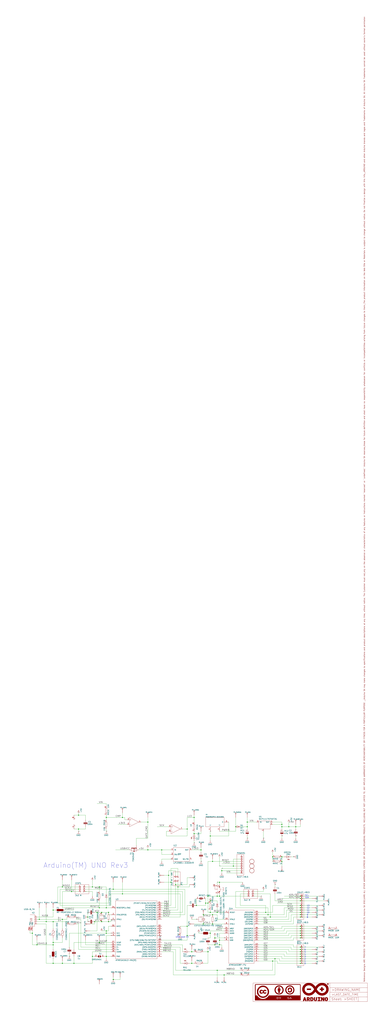
<source format=kicad_sch>
(kicad_sch (version 20211123) (generator eeschema)
  (paper "User" 425.425 1123.19)
  (lib_symbols
    (symbol "UNO-TH_Rev3e-rescue:+5V-UNO-TH_Rev3e-eagle-import" (power) (pin_names (offset 1.016))
      (property "Value" "+5V-UNO-TH_Rev3e-eagle-import" (at -2.54 -5.08 90))
      (symbol "+5V-UNO-TH_Rev3e-eagle-import_1_0"
        (pin power_in line (at 0 -2.54 90) (length 2.54) (name "+5V") (number "1"))
      )
    )
    (symbol "UNO-TH_Rev3e-rescue:0715_CV201210-100K-UNO-TH_Rev3e-eagle-import" (pin_names (offset 1.016))
      (property "Reference" "L" (at -3.81 5.08 0))
      (property "Value" "0715_CV201210-100K-UNO-TH_Rev3e-eagle-import" (at -3.81 -1.27 0))
      (symbol "0715_CV201210-100K-UNO-TH_Rev3e-eagle-import_1_0"
        (pin passive line (at -5.08 2.54 0) (length 2.54) (name "1") (number "1"))
        (pin passive line (at 5.08 2.54 180) (length 2.54) (name "2") (number "2"))
      )
    )
    (symbol "UNO-TH_Rev3e-rescue:4R-NCAY16-UNO-TH_Rev3e-eagle-import" (pin_names (offset 1.016))
      (property "Reference" "RN" (at -5.08 -3.048 0))
      (property "Value" "4R-NCAY16-UNO-TH_Rev3e-eagle-import" (at 2.54 -3.048 0))
      (symbol "4R-NCAY16-UNO-TH_Rev3e-eagle-import_1_0"
        (pin passive line (at -5.08 0 0) (length 2.54) (name "1") (number "1"))
        (pin passive line (at 5.08 0 180) (length 2.54) (name "2") (number "8"))
      )
      (symbol "4R-NCAY16-UNO-TH_Rev3e-eagle-import_2_0"
        (pin passive line (at -5.08 0 0) (length 2.54) (name "1") (number "2"))
        (pin passive line (at 5.08 0 180) (length 2.54) (name "2") (number "7"))
      )
      (symbol "4R-NCAY16-UNO-TH_Rev3e-eagle-import_3_0"
        (pin passive line (at -5.08 0 0) (length 2.54) (name "1") (number "3"))
        (pin passive line (at 5.08 0 180) (length 2.54) (name "2") (number "6"))
      )
      (symbol "4R-NCAY16-UNO-TH_Rev3e-eagle-import_4_0"
        (pin passive line (at -5.08 0 0) (length 2.54) (name "1") (number "4"))
        (pin passive line (at 5.08 0 180) (length 2.54) (name "2") (number "5"))
      )
    )
    (symbol "UNO-TH_Rev3e-rescue:A3-FRAME-UNO-TH_Rev3e-eagle-import" (pin_names (offset 1.016))
      (symbol "A3-FRAME-UNO-TH_Rev3e-eagle-import_1_0"
        (text ">DRAWING_NAME" (at 344.17 15.24 0) (effects (font (size 2.54 2.54)) (justify left bottom)))
        (text ">LAST_DATE_TIME" (at 344.17 10.16 0) (effects (font (size 2.286 2.286)) (justify left bottom)))
        (text ">SHEET" (at 357.505 5.08 0) (effects (font (size 2.54 2.54)) (justify left bottom)))
        (text "Reference Designs ARE PROVIDED \"AS IS\" AND \"WITH ALL FAULTS. Arduino SA DISCLAIMS ALL OTHER WARRANTIES, EXPRESS OR IMPLIED,_REGARDING PRODUCTS, INCLUDING BUT NOT LIMITED TO, ANY IMPLIED WARRANTIES OF MERCHANTABILITY OR FITNESS FOR A PARTICULAR PURPOSE __Arduino SA may make changes to specifications and product descriptions at any time, without notice. The Customer must not_rely on the absence or characteristics of any features or instructions marked \"reserved\" or \"undefined.\" Arduino SA reserves_these for future definition and shall have no responsibility whatsoever for conflicts or incompatibilities arising from future changes to them._The product information on the Web Site or Materials is subject to change without notice. Do not finalize a design with this info__ARDUINO and other Arduino brands and logos and Trademarks of Arduino SA. All Arduino SA Trademarks cannot be used without owner's formal permission" (at 381 25.4 900) (effects (font (size 1.4224 1.4224)) (justify left bottom)))
        (text "Sheet:" (at 343.916 4.953 0) (effects (font (size 2.54 2.54)) (justify left bottom)))
      )
    )
    (symbol "UNO-TH_Rev3e-rescue:ATMEGA16U2-MU-UNO-TH_Rev3e-eagle-import" (pin_names (offset 1.016))
      (property "Value" "ATMEGA16U2-MU-UNO-TH_Rev3e-eagle-import" (at -22.86 -33.02 0))
      (symbol "ATMEGA16U2-MU-UNO-TH_Rev3e-eagle-import_1_0"
        (pin bidirectional line (at -27.94 12.7 0) (length 5.08) (name "XTAL1") (number "1"))
        (pin bidirectional line (at 27.94 -17.78 180) (length 5.08) (name "(INT5/AIN3)PD4") (number "10"))
        (pin bidirectional line (at 27.94 -15.24 180) (length 5.08) (name "(XCK/AIN4/PCINT12)PD5") (number "11"))
        (pin bidirectional line (at 27.94 -12.7 180) (length 5.08) (name "(RTS/AIN5/INT6)PD6") (number "12"))
        (pin bidirectional line (at 27.94 -10.16 180) (length 5.08) (name "(CTS/HWB/AIN6/TO/INT7)PD7") (number "13"))
        (pin bidirectional line (at 27.94 12.7 180) (length 5.08) (name "(SS/PCINT0)PB0") (number "14"))
        (pin bidirectional line (at 27.94 15.24 180) (length 5.08) (name "(SCLK/PCINT1)PB1") (number "15"))
        (pin bidirectional line (at 27.94 17.78 180) (length 5.08) (name "(PDI/MOSI/PCINT2)PB2") (number "16"))
        (pin bidirectional line (at 27.94 20.32 180) (length 5.08) (name "(PD0/MISO/PCINT3)PB3") (number "17"))
        (pin bidirectional line (at 27.94 22.86 180) (length 5.08) (name "(T1/PCINT4)PB4") (number "18"))
        (pin bidirectional line (at 27.94 25.4 180) (length 5.08) (name "(PCINT5)PB5") (number "19"))
        (pin bidirectional line (at -27.94 17.78 0) (length 5.08) (name "XTAL2(PC0)") (number "2"))
        (pin bidirectional line (at 27.94 27.94 180) (length 5.08) (name "(PCINT6)PB6") (number "20"))
        (pin bidirectional line (at 27.94 30.48 180) (length 5.08) (name "(PCINT7/OC0A/OC1C)PB7") (number "21"))
        (pin bidirectional line (at 27.94 5.08 180) (length 5.08) (name "(INT4/ICP1/CLK0)PC7") (number "22"))
        (pin bidirectional line (at 27.94 2.54 180) (length 5.08) (name "(OC1A/PCINT8)PC6") (number "23"))
        (pin input inverted (at -27.94 25.4 0) (length 5.08) (name "RESET(PC1/DW)") (number "24"))
        (pin bidirectional line (at 27.94 0 180) (length 5.08) (name "(PCINT9/OC1B)PC5") (number "25"))
        (pin bidirectional line (at 27.94 -2.54 180) (length 5.08) (name "(PCINT10)PC4") (number "26"))
        (pin passive line (at -27.94 -12.7 0) (length 5.08) (name "UCAP") (number "27"))
        (pin power_in line (at -27.94 -22.86 0) (length 5.08) (name "UGND") (number "28"))
        (pin bidirectional line (at -27.94 -20.32 0) (length 5.08) (name "D+") (number "29"))
        (pin power_in line (at -27.94 -5.08 0) (length 5.08) (name "GND") (number "3"))
        (pin bidirectional line (at -27.94 -17.78 0) (length 5.08) (name "D-") (number "30"))
        (pin power_in line (at -27.94 -15.24 0) (length 5.08) (name "UVCC") (number "31"))
        (pin power_in line (at -27.94 5.08 0) (length 5.08) (name "AVCC") (number "32"))
        (pin power_in line (at -27.94 -27.94 0) (length 5.08) (name "PAD") (number "33"))
        (pin power_in line (at -27.94 -2.54 0) (length 5.08) (name "VCC") (number "4"))
        (pin bidirectional line (at 27.94 -5.08 180) (length 5.08) (name "(AIN2/PCINT11)PC2") (number "5"))
        (pin bidirectional line (at 27.94 -27.94 180) (length 5.08) (name "(OC0B/INT0)PD0") (number "6"))
        (pin bidirectional line (at 27.94 -25.4 180) (length 5.08) (name "(AIN0/INT1)PD1") (number "7"))
        (pin bidirectional line (at 27.94 -22.86 180) (length 5.08) (name "(RXD1/AIN1/INT2)PD2") (number "8"))
        (pin bidirectional line (at 27.94 -20.32 180) (length 5.08) (name "(TXD1/INT3)PD3") (number "9"))
      )
    )
    (symbol "UNO-TH_Rev3e-rescue:ATMEGA328P-PU-UNO-TH_Rev3e-eagle-import" (pin_names (offset 1.016))
      (property "Reference" "IC" (at -15.24 28.702 0))
      (property "Value" "ATMEGA328P-PU-UNO-TH_Rev3e-eagle-import" (at -15.24 -33.02 0))
      (symbol "ATMEGA328P-PU-UNO-TH_Rev3e-eagle-import_1_0"
        (pin input inverted (at -20.32 25.4 0) (length 5.08) (name "RESET") (number "1"))
        (pin bidirectional line (at -20.32 17.78 0) (length 5.08) (name "XTAL2") (number "10"))
        (pin bidirectional line (at 17.78 -15.24 180) (length 5.08) (name "(T1)PD5") (number "11"))
        (pin bidirectional line (at 17.78 -12.7 180) (length 5.08) (name "(AIN0)PD6") (number "12"))
        (pin bidirectional line (at 17.78 -10.16 180) (length 5.08) (name "(AIN1)PD7") (number "13"))
        (pin bidirectional line (at 17.78 12.7 180) (length 5.08) (name "(ICP)PB0") (number "14"))
        (pin bidirectional line (at 17.78 15.24 180) (length 5.08) (name "(OC1)PB1") (number "15"))
        (pin bidirectional line (at 17.78 17.78 180) (length 5.08) (name "(SS)PB2") (number "16"))
        (pin bidirectional line (at 17.78 20.32 180) (length 5.08) (name "(MOSI)PB3") (number "17"))
        (pin bidirectional line (at 17.78 22.86 180) (length 5.08) (name "(MISO)PB4") (number "18"))
        (pin bidirectional line (at 17.78 25.4 180) (length 5.08) (name "(SCK)PB5") (number "19"))
        (pin bidirectional line (at 17.78 -27.94 180) (length 5.08) (name "(RXD)PD0") (number "2"))
        (pin power_in line (at -20.32 5.08 0) (length 5.08) (name "AVCC") (number "20"))
        (pin passive line (at -20.32 7.62 0) (length 5.08) (name "AREF") (number "21"))
        (pin power_in line (at -20.32 2.54 0) (length 5.08) (name "AGND") (number "22"))
        (pin bidirectional line (at 17.78 -5.08 180) (length 5.08) (name "(ADC0)PC0)") (number "23"))
        (pin bidirectional line (at 17.78 -2.54 180) (length 5.08) (name "(ADC1)PC1") (number "24"))
        (pin bidirectional line (at 17.78 0 180) (length 5.08) (name "(ADC2)PC2") (number "25"))
        (pin bidirectional line (at 17.78 2.54 180) (length 5.08) (name "(ADC3)PC3") (number "26"))
        (pin bidirectional line (at 17.78 5.08 180) (length 5.08) (name "(ADC4)PC4") (number "27"))
        (pin bidirectional line (at 17.78 7.62 180) (length 5.08) (name "(ADC5)PC5") (number "28"))
        (pin bidirectional line (at 17.78 -25.4 180) (length 5.08) (name "(TXD)PD1") (number "3"))
        (pin bidirectional line (at 17.78 -22.86 180) (length 5.08) (name "(INT0)PD2") (number "4"))
        (pin bidirectional line (at 17.78 -20.32 180) (length 5.08) (name "(INT1)PD3") (number "5"))
        (pin bidirectional line (at 17.78 -17.78 180) (length 5.08) (name "(T0)PD4") (number "6"))
        (pin power_in line (at -20.32 -2.54 0) (length 5.08) (name "VCC") (number "7"))
        (pin power_in line (at -20.32 -5.08 0) (length 5.08) (name "GND") (number "8"))
        (pin bidirectional line (at -20.32 12.7 0) (length 5.08) (name "XTAL1") (number "9"))
      )
    )
    (symbol "UNO-TH_Rev3e-rescue:C-EU0603-RND-UNO-TH_Rev3e-eagle-import" (pin_names (offset 1.016))
      (property "Reference" "C" (at 1.524 0.381 0))
      (property "Value" "C-EU0603-RND-UNO-TH_Rev3e-eagle-import" (at 1.524 -4.699 0))
      (symbol "C-EU0603-RND-UNO-TH_Rev3e-eagle-import_1_0"
        (pin passive line (at 0 2.54 270) (length 2.54) (name "1") (number "1"))
        (pin passive line (at 0 -5.08 90) (length 2.54) (name "2") (number "2"))
      )
    )
    (symbol "UNO-TH_Rev3e-rescue:CPOL-EUD-UNO-TH_Rev3e-eagle-import" (pin_names (offset 1.016))
      (property "Reference" "C" (at 1.143 0.4826 0))
      (property "Value" "CPOL-EUD-UNO-TH_Rev3e-eagle-import" (at 1.143 -4.5974 0))
      (symbol "CPOL-EUD-UNO-TH_Rev3e-eagle-import_1_0"
        (text "+" (at -0.5842 0.4064 900) (effects (font (size 1.0668 1.0668)) (justify left bottom)))
        (pin passive line (at 0 2.54 270) (length 2.54) (name "+") (number "+"))
        (pin passive line (at 0 -5.08 90) (length 2.54) (name "-") (number "-"))
      )
    )
    (symbol "UNO-TH_Rev3e-rescue:DIODE-MINIMELF-UNO-TH_Rev3e-eagle-import" (pin_names (offset 1.016))
      (property "Reference" "D" (at 2.54 0.4826 0))
      (property "Value" "DIODE-MINIMELF-UNO-TH_Rev3e-eagle-import" (at 2.54 -2.3114 0))
      (symbol "DIODE-MINIMELF-UNO-TH_Rev3e-eagle-import_1_0"
        (pin passive line (at -2.54 0 0) (length 2.54) (name "A") (number "A"))
        (pin passive line (at 2.54 0 180) (length 2.54) (name "C") (number "C"))
      )
    )
    (symbol "UNO-TH_Rev3e-rescue:DIODE-SMB-UNO-TH_Rev3e-eagle-import" (pin_names (offset 1.016))
      (property "Reference" "D" (at 2.54 0.4826 0))
      (property "Value" "DIODE-SMB-UNO-TH_Rev3e-eagle-import" (at 2.54 -2.3114 0))
      (symbol "DIODE-SMB-UNO-TH_Rev3e-eagle-import_1_0"
        (pin passive line (at -2.54 0 0) (length 2.54) (name "A") (number "A"))
        (pin passive line (at 2.54 0 180) (length 2.54) (name "C") (number "C"))
      )
    )
    (symbol "UNO-TH_Rev3e-rescue:FIDUCIALMOUNT-UNO-TH_Rev3e-eagle-import" (pin_names (offset 1.016)))
    (symbol "UNO-TH_Rev3e-rescue:GND-UNO-TH_Rev3e-eagle-import" (power) (pin_names (offset 1.016))
      (property "Value" "GND-UNO-TH_Rev3e-eagle-import" (at -2.54 -2.54 0))
      (symbol "GND-UNO-TH_Rev3e-eagle-import_1_0"
        (pin power_in line (at 0 2.54 270) (length 2.54) (name "GND") (number "1"))
      )
    )
    (symbol "UNO-TH_Rev3e-rescue:L-EUL1812-UNO-TH_Rev3e-eagle-import" (pin_names (offset 1.016))
      (property "Reference" "L" (at -1.4986 -3.81 90))
      (property "Value" "L-EUL1812-UNO-TH_Rev3e-eagle-import" (at 3.302 -3.81 90))
      (symbol "L-EUL1812-UNO-TH_Rev3e-eagle-import_1_0"
        (pin passive line (at 0 5.08 270) (length 2.54) (name "1") (number "1"))
        (pin passive line (at 0 -5.08 90) (length 2.54) (name "2") (number "2"))
      )
    )
    (symbol "UNO-TH_Rev3e-rescue:LEDCHIP-LED0805-UNO-TH_Rev3e-eagle-import" (pin_names (offset 1.016))
      (property "Reference" "LED" (at 3.556 -4.572 90))
      (property "Value" "LEDCHIP-LED0805-UNO-TH_Rev3e-eagle-import" (at 5.715 -4.572 90))
      (symbol "LEDCHIP-LED0805-UNO-TH_Rev3e-eagle-import_1_0"
        (pin passive line (at 0 2.54 270) (length 2.54) (name "A") (number "A"))
        (pin passive line (at 0 -5.08 90) (length 2.54) (name "C") (number "C"))
      )
    )
    (symbol "UNO-TH_Rev3e-rescue:LMV358?MM-UNO-TH_Rev3e-eagle-import" (pin_names (offset 1.016))
      (symbol "LMV358?MM-UNO-TH_Rev3e-eagle-import_1_0"
        (pin output line (at 7.62 0 180) (length 2.54) (name "OUT") (number "1"))
        (pin input line (at -7.62 -2.54 0) (length 2.54) (name "-IN") (number "2"))
        (pin input line (at -7.62 2.54 0) (length 2.54) (name "+IN") (number "3"))
      )
      (symbol "LMV358?MM-UNO-TH_Rev3e-eagle-import_2_0"
        (pin input line (at -7.62 2.54 0) (length 2.54) (name "+IN") (number "5"))
        (pin input line (at -7.62 -2.54 0) (length 2.54) (name "-IN") (number "6"))
        (pin output line (at 7.62 0 180) (length 2.54) (name "OUT") (number "7"))
      )
      (symbol "LMV358?MM-UNO-TH_Rev3e-eagle-import_3_0"
        (text "V+" (at 1.27 3.175 900) (effects (font (size 0.6858 0.6858)) (justify left bottom)))
        (text "V-" (at 1.27 -4.445 900) (effects (font (size 0.6858 0.6858)) (justify left bottom)))
        (pin power_in line (at 0 -7.62 90) (length 5.08) (name "V-") (number "4"))
        (pin power_in line (at 0 7.62 270) (length 5.08) (name "V+") (number "8"))
      )
    )
    (symbol "UNO-TH_Rev3e-rescue:LP2985-XXDBVR-UNO-TH_Rev3e-eagle-import" (pin_names (offset 1.016))
      (property "Reference" "IC" (at -7.62 8.89 0))
      (property "Value" "LP2985-XXDBVR-UNO-TH_Rev3e-eagle-import" (at -7.62 -10.16 0))
      (symbol "LP2985-XXDBVR-UNO-TH_Rev3e-eagle-import_1_0"
        (pin input line (at -10.16 5.08 0) (length 2.54) (name "IN") (number "1"))
        (pin power_in line (at -10.16 -5.08 0) (length 2.54) (name "GND") (number "2"))
        (pin input line (at -10.16 0 0) (length 2.54) (name "ON/~{OFF}") (number "3"))
        (pin passive line (at 12.7 -5.08 180) (length 2.54) (name "NC/FB") (number "4"))
        (pin passive line (at 12.7 5.08 180) (length 2.54) (name "OUT") (number "5"))
      )
    )
    (symbol "UNO-TH_Rev3e-rescue:MC33269ST-UNO-TH_Rev3e-eagle-import" (pin_names (offset 1.016))
      (property "Reference" "IC" (at -5.08 7.62 0))
      (property "Value" "MC33269ST-UNO-TH_Rev3e-eagle-import" (at 3.81 -5.08 0))
      (symbol "MC33269ST-UNO-TH_Rev3e-eagle-import_1_0"
        (pin input line (at 0 -5.08 90) (length 2.54) (name "GND/ADJ") (number "1"))
        (pin passive line (at 10.16 2.54 180) (length 2.54) (name "OUT@1") (number "2"))
        (pin input line (at -7.62 5.08 0) (length 2.54) (name "IN") (number "3"))
        (pin passive line (at 10.16 5.08 180) (length 2.54) (name "OUT") (number "4"))
      )
    )
    (symbol "UNO-TH_Rev3e-rescue:PINHD-1X10_ARD-UNO-TH_Rev3e-eagle-import" (pin_names (offset 1.016))
      (property "Reference" "JP" (at -6.35 13.335 0))
      (property "Value" "PINHD-1X10_ARD-UNO-TH_Rev3e-eagle-import" (at -6.35 -17.78 0))
      (symbol "PINHD-1X10_ARD-UNO-TH_Rev3e-eagle-import_1_0"
        (pin passive inverted (at -2.54 10.16 0) (length 2.54) (name "1") (number "1"))
        (pin passive inverted (at -2.54 -12.7 0) (length 2.54) (name "10") (number "10"))
        (pin passive inverted (at -2.54 7.62 0) (length 2.54) (name "2") (number "2"))
        (pin passive inverted (at -2.54 5.08 0) (length 2.54) (name "3") (number "3"))
        (pin passive inverted (at -2.54 2.54 0) (length 2.54) (name "4") (number "4"))
        (pin passive inverted (at -2.54 0 0) (length 2.54) (name "5") (number "5"))
        (pin passive inverted (at -2.54 -2.54 0) (length 2.54) (name "6") (number "6"))
        (pin passive inverted (at -2.54 -5.08 0) (length 2.54) (name "7") (number "7"))
        (pin passive inverted (at -2.54 -7.62 0) (length 2.54) (name "8") (number "8"))
        (pin passive inverted (at -2.54 -10.16 0) (length 2.54) (name "9") (number "9"))
      )
    )
    (symbol "UNO-TH_Rev3e-rescue:PINHD-1X6-UNO-TH_Rev3e-eagle-import" (pin_names (offset 1.016))
      (property "Reference" "JP" (at -6.35 10.795 0))
      (property "Value" "PINHD-1X6-UNO-TH_Rev3e-eagle-import" (at -6.35 -10.16 0))
      (symbol "PINHD-1X6-UNO-TH_Rev3e-eagle-import_1_0"
        (pin passive inverted (at -2.54 7.62 0) (length 2.54) (name "1") (number "1"))
        (pin passive inverted (at -2.54 5.08 0) (length 2.54) (name "2") (number "2"))
        (pin passive inverted (at -2.54 2.54 0) (length 2.54) (name "3") (number "3"))
        (pin passive inverted (at -2.54 0 0) (length 2.54) (name "4") (number "4"))
        (pin passive inverted (at -2.54 -2.54 0) (length 2.54) (name "5") (number "5"))
        (pin passive inverted (at -2.54 -5.08 0) (length 2.54) (name "6") (number "6"))
      )
    )
    (symbol "UNO-TH_Rev3e-rescue:PINHD-1X8-UNO-TH_Rev3e-eagle-import" (pin_names (offset 1.016))
      (property "Reference" "JP" (at -6.35 13.335 0))
      (property "Value" "PINHD-1X8-UNO-TH_Rev3e-eagle-import" (at -6.35 -12.7 0))
      (symbol "PINHD-1X8-UNO-TH_Rev3e-eagle-import_1_0"
        (pin passive inverted (at -2.54 10.16 0) (length 2.54) (name "1") (number "1"))
        (pin passive inverted (at -2.54 7.62 0) (length 2.54) (name "2") (number "2"))
        (pin passive inverted (at -2.54 5.08 0) (length 2.54) (name "3") (number "3"))
        (pin passive inverted (at -2.54 2.54 0) (length 2.54) (name "4") (number "4"))
        (pin passive inverted (at -2.54 0 0) (length 2.54) (name "5") (number "5"))
        (pin passive inverted (at -2.54 -2.54 0) (length 2.54) (name "6") (number "6"))
        (pin passive inverted (at -2.54 -5.08 0) (length 2.54) (name "7") (number "7"))
        (pin passive inverted (at -2.54 -7.62 0) (length 2.54) (name "8") (number "8"))
      )
    )
    (symbol "UNO-TH_Rev3e-rescue:PINHD-2X2-UNO-TH_Rev3e-eagle-import" (pin_names (offset 1.016))
      (property "Reference" "JP" (at -8.89 5.715 0))
      (property "Value" "PINHD-2X2-UNO-TH_Rev3e-eagle-import" (at -8.89 -5.08 0))
      (symbol "PINHD-2X2-UNO-TH_Rev3e-eagle-import_1_0"
        (pin passive inverted (at -5.08 2.54 0) (length 2.54) (name "1") (number "1"))
        (pin passive inverted (at 2.54 2.54 180) (length 2.54) (name "2") (number "2"))
        (pin passive inverted (at -5.08 0 0) (length 2.54) (name "3") (number "3"))
        (pin passive inverted (at 2.54 0 180) (length 2.54) (name "4") (number "4"))
      )
    )
    (symbol "UNO-TH_Rev3e-rescue:PINHD-2X3-UNO-TH_Rev3e-eagle-import" (pin_names (offset 1.016))
      (property "Reference" "JP" (at -6.35 5.715 0))
      (property "Value" "PINHD-2X3-UNO-TH_Rev3e-eagle-import" (at -6.35 -7.62 0))
      (symbol "PINHD-2X3-UNO-TH_Rev3e-eagle-import_1_0"
        (pin passive inverted (at -2.54 2.54 0) (length 2.54) (name "1") (number "1"))
        (pin passive inverted (at 5.08 2.54 180) (length 2.54) (name "2") (number "2"))
        (pin passive inverted (at -2.54 0 0) (length 2.54) (name "3") (number "3"))
        (pin passive inverted (at 5.08 0 180) (length 2.54) (name "4") (number "4"))
        (pin passive inverted (at -2.54 -2.54 0) (length 2.54) (name "5") (number "5"))
        (pin passive inverted (at 5.08 -2.54 180) (length 2.54) (name "6") (number "6"))
      )
    )
    (symbol "UNO-TH_Rev3e-rescue:PMOSSOT23-UNO-TH_Rev3e-eagle-import" (pin_names (offset 1.016))
      (property "Reference" "T" (at 2.54 2.54 0))
      (property "Value" "PMOSSOT23-UNO-TH_Rev3e-eagle-import" (at 2.54 0 0))
      (symbol "PMOSSOT23-UNO-TH_Rev3e-eagle-import_1_0"
        (pin passive line (at 0 5.08 270) (length 2.54) (name "D") (number "1"))
        (pin passive line (at 0 -5.08 90) (length 2.54) (name "S") (number "2"))
        (pin passive line (at -5.08 -2.54 0) (length 2.54) (name "G") (number "3"))
      )
    )
    (symbol "UNO-TH_Rev3e-rescue:PN61729-UNO-TH_Rev3e-eagle-import" (pin_names (offset 1.016))
      (property "Reference" "X" (at 0 8.89 0))
      (property "Value" "PN61729-UNO-TH_Rev3e-eagle-import" (at 0 12.7 0))
      (symbol "PN61729-UNO-TH_Rev3e-eagle-import_1_0"
        (text "USB" (at 5.08 -2.54 900) (effects (font (size 2.159 2.159)) (justify left bottom)))
        (pin bidirectional line (at -2.54 5.08 0) (length 2.54) (name "1") (number "1"))
        (pin bidirectional line (at -2.54 2.54 0) (length 2.54) (name "2") (number "2"))
        (pin bidirectional line (at -2.54 0 0) (length 2.54) (name "3") (number "3"))
        (pin bidirectional line (at -2.54 -2.54 0) (length 2.54) (name "4") (number "4"))
        (pin bidirectional line (at 2.54 -10.16 90) (length 5.08) (name "P$1") (number "P$1"))
        (pin bidirectional line (at 5.08 -10.16 90) (length 5.08) (name "P$2") (number "P$2"))
      )
    )
    (symbol "UNO-TH_Rev3e-rescue:POWERSUPPLY_DC21MMX-UNO-TH_Rev3e-eagle-import" (pin_names (offset 1.016))
      (property "Value" "POWERSUPPLY_DC21MMX-UNO-TH_Rev3e-eagle-import" (at -10.16 5.08 0))
      (symbol "POWERSUPPLY_DC21MMX-UNO-TH_Rev3e-eagle-import_1_0"
        (pin power_in line (at -5.08 -10.16 90) (length 5.08) (name "1") (number "1"))
        (pin power_in line (at 5.08 -10.16 90) (length 5.08) (name "2") (number "2"))
        (pin power_in line (at 15.24 0 180) (length 5.08) (name "3") (number "3"))
      )
    )
    (symbol "UNO-TH_Rev3e-rescue:R-EU_R0603-UNO-TH_Rev3e-eagle-import" (pin_names (offset 1.016))
      (property "Reference" "R" (at -3.81 1.4986 0))
      (property "Value" "R-EU_R0603-UNO-TH_Rev3e-eagle-import" (at -3.81 -3.302 0))
      (symbol "R-EU_R0603-UNO-TH_Rev3e-eagle-import_1_0"
        (pin passive line (at -5.08 0 0) (length 2.54) (name "1") (number "1"))
        (pin passive line (at 5.08 0 180) (length 2.54) (name "2") (number "2"))
      )
    )
    (symbol "UNO-TH_Rev3e-rescue:RESONATORMU-UNO-TH_Rev3e-eagle-import" (pin_names (offset 1.016))
      (property "Reference" "Y" (at -5.08 4.572 0))
      (property "Value" "RESONATORMU-UNO-TH_Rev3e-eagle-import" (at -5.08 -5.588 0))
      (symbol "RESONATORMU-UNO-TH_Rev3e-eagle-import_1_0"
        (pin passive line (at 0 2.54 180) (length 0) (name "1") (number "1"))
        (pin passive line (at -7.62 0 0) (length 0) (name "2") (number "2"))
        (pin passive line (at 0 -2.54 180) (length 0) (name "3") (number "3"))
      )
    )
    (symbol "UNO-TH_Rev3e-rescue:SJ-UNO-TH_Rev3e-eagle-import" (pin_names (offset 1.016))
      (property "Reference" "SJ" (at -2.54 2.54 0))
      (property "Value" "SJ-UNO-TH_Rev3e-eagle-import" (at -2.54 -3.81 0))
      (symbol "SJ-UNO-TH_Rev3e-eagle-import_1_0"
        (pin passive line (at -5.08 0 0) (length 2.54) (name "1") (number "1"))
        (pin passive line (at 5.08 0 180) (length 2.54) (name "2") (number "2"))
      )
    )
    (symbol "UNO-TH_Rev3e-rescue:TP_SP-UNO-TH_Rev3e-eagle-import" (pin_names (offset 1.016))
      (symbol "TP_SP-UNO-TH_Rev3e-eagle-import_1_0"
        (pin passive inverted (at 0 0 0) (length 5.08) (name "TESTP") (number "X"))
      )
    )
    (symbol "UNO-TH_Rev3e-rescue:TS42-UNO-TH_Rev3e-eagle-import" (pin_names (offset 1.016))
      (property "Value" "TS42-UNO-TH_Rev3e-eagle-import" (at -3.81 3.175 90))
      (symbol "TS42-UNO-TH_Rev3e-eagle-import_1_0"
        (pin passive line (at 0 -5.08 90) (length 2.54) (name "1") (number "1"))
        (pin passive line (at 2.54 -5.08 90) (length 2.54) (name "2") (number "2"))
        (pin passive line (at 0 5.08 270) (length 2.54) (name "3") (number "3"))
        (pin passive line (at 2.54 5.08 270) (length 2.54) (name "4") (number "4"))
        (pin power_in line (at 5.08 -5.08 90) (length 2.54) (name "5-GND") (number "5"))
      )
    )
    (symbol "UNO-TH_Rev3e-rescue:VARISTORCN0603-UNO-TH_Rev3e-eagle-import" (pin_names (offset 1.016))
      (property "Reference" "R" (at -2.54 3.81 0))
      (property "Value" "VARISTORCN0603-UNO-TH_Rev3e-eagle-import" (at -2.54 -6.35 0))
      (symbol "VARISTORCN0603-UNO-TH_Rev3e-eagle-import_1_0"
        (pin passive line (at 5.08 0 180) (length 2.54) (name "1") (number "1"))
        (pin passive line (at -5.08 0 0) (length 2.54) (name "2") (number "2"))
      )
    )
    (symbol "UNO-TH_Rev3e-rescue:WE-CBF_0805-UNO-TH_Rev3e-eagle-import" (pin_names (offset 1.016))
      (property "Reference" "L" (at -3.81 5.08 0))
      (property "Value" "WE-CBF_0805-UNO-TH_Rev3e-eagle-import" (at -3.81 -1.27 0))
      (symbol "WE-CBF_0805-UNO-TH_Rev3e-eagle-import_1_0"
        (pin passive line (at -5.08 2.54 0) (length 2.54) (name "1") (number "1"))
        (pin passive line (at 5.08 2.54 180) (length 2.54) (name "2") (number "2"))
      )
    )
    (symbol "UNO-TH_Rev3e-rescue:XTAL_S-UNO-TH_Rev3e-eagle-import" (pin_names (offset 1.016))
      (property "Reference" "Q" (at -5.08 3.81 0))
      (property "Value" "XTAL_S-UNO-TH_Rev3e-eagle-import" (at -5.08 -5.08 0))
      (symbol "XTAL_S-UNO-TH_Rev3e-eagle-import_1_0"
        (pin passive line (at -5.08 0 0) (length 2.54) (name "1") (number "1"))
        (pin passive line (at 5.08 0 180) (length 2.54) (name "2") (number "2"))
      )
    )
  )
  (junction (at 116.84 1023.62))
  (junction (at 210.82 1056.64))
  (junction (at 238.76 982.98))
  (junction (at 330.2 1023.62))
  (junction (at 292.1 1000.76))
  (junction (at 116.84 995.68))
  (junction (at 241.3 1031.24))
  (junction (at 109.22 1033.78))
  (junction (at 256.54 949.96))
  (junction (at 106.68 1000.76))
  (junction (at 162.56 901.7))
  (junction (at 109.22 972.82))
  (junction (at 205.74 1016))
  (junction (at 330.2 1026.16))
  (junction (at 116.84 896.62))
  (junction (at 177.8 932.18))
  (junction (at 309.88 904.24))
  (junction (at 238.76 1064.26))
  (junction (at 119.38 1010.92))
  (junction (at 228.6 1043.94))
  (junction (at 330.2 1000.76))
  (junction (at 187.96 967.74))
  (junction (at 294.64 1003.3))
  (junction (at 330.2 1051.56))
  (junction (at 101.6 972.82))
  (junction (at 86.36 894.08))
  (junction (at 231.14 1000.76))
  (junction (at 58.42 998.22))
  (junction (at 236.22 1036.32))
  (junction (at 231.14 988.06))
  (junction (at 50.8 1010.92))
  (junction (at 109.22 995.68))
  (junction (at 233.68 1013.46))
  (junction (at 241.3 982.98))
  (junction (at 58.42 1010.92))
  (junction (at 330.2 995.68))
  (junction (at 302.26 1051.56))
  (junction (at 241.3 1036.32))
  (junction (at 271.78 906.78))
  (junction (at 96.52 1005.84))
  (junction (at 231.14 916.94))
  (junction (at 271.78 901.7))
  (junction (at 309.88 939.8))
  (junction (at 40.64 1036.32))
  (junction (at 35.56 1023.62))
  (junction (at 241.3 967.74))
  (junction (at 215.9 993.14))
  (junction (at 330.2 1056.64))
  (junction (at 220.98 932.18))
  (junction (at 297.18 1005.84))
  (junction (at 330.2 1028.7))
  (junction (at 309.88 906.78))
  (junction (at 223.52 1013.46))
  (junction (at 116.84 1021.08))
  (junction (at 68.58 972.82))
  (junction (at 68.58 1056.64))
  (junction (at 309.88 944.88))
  (junction (at 246.38 1069.34))
  (junction (at 223.52 1003.3))
  (junction (at 185.42 960.12))
  (junction (at 330.2 1054.1))
  (junction (at 195.58 972.82))
  (junction (at 330.2 1016))
  (junction (at 330.2 985.52))
  (junction (at 299.72 939.8))
  (junction (at 104.14 1010.92))
  (junction (at 317.5 906.78))
  (junction (at 330.2 982.98))
  (junction (at 330.2 1043.94))
  (junction (at 330.2 1021.08))
  (junction (at 330.2 993.14))
  (junction (at 213.36 914.4))
  (junction (at 78.74 977.9))
  (junction (at 124.46 975.36))
  (junction (at 231.14 1023.62))
  (junction (at 134.62 980.44))
  (junction (at 259.08 906.78))
  (junction (at 330.2 1049.02))
  (junction (at 58.42 1033.78))
  (junction (at 210.82 1043.94))
  (junction (at 228.6 982.98))
  (junction (at 330.2 1003.3))
  (junction (at 330.2 1005.84))
  (junction (at 330.2 998.22))
  (junction (at 68.58 1008.38))
  (junction (at 213.36 896.62))
  (junction (at 81.28 1056.64))
  (junction (at 330.2 1018.54))
  (junction (at 205.74 909.32))
  (junction (at 86.36 909.32))
  (junction (at 233.68 1003.3))
  (junction (at 111.76 1000.76))
  (junction (at 243.84 955.04))
  (junction (at 330.2 1041.4))
  (junction (at 58.42 1036.32))
  (junction (at 205.74 1026.16))
  (junction (at 226.06 990.6))
  (junction (at 111.76 1010.92))
  (junction (at 228.6 990.6))
  (junction (at 193.04 970.28))
  (junction (at 134.62 896.62))
  (junction (at 124.46 1074.42))
  (junction (at 325.12 906.78))
  (junction (at 43.18 1008.38))
  (junction (at 58.42 1056.64))
  (junction (at 162.56 932.18))
  (junction (at 119.38 1000.76))
  (junction (at 236.22 1028.7))
  (junction (at 330.2 1046.48))
  (junction (at 238.76 1000.76))
  (junction (at 101.6 1049.02))
  (junction (at 330.2 1038.86))
  (junction (at 299.72 1054.1))
  (junction (at 233.68 944.88))
  (junction (at 330.2 988.06))
  (junction (at 116.84 1049.02))
  (wire (pts (xy 330.2 1023.62) (xy 317.5 1023.62)))
  (wire (pts (xy 200.66 977.9) (xy 119.38 977.9)))
  (wire (pts (xy 81.28 894.08) (xy 86.36 894.08)))
  (wire (pts (xy 302.26 1051.56) (xy 307.34 1051.56)))
  (wire (pts (xy 317.5 1043.94) (xy 330.2 1043.94)))
  (wire (pts (xy 320.04 1003.3) (xy 320.04 1010.92)))
  (wire (pts (xy 134.62 980.44) (xy 134.62 967.74)))
  (wire (pts (xy 228.6 990.6) (xy 228.6 982.98)))
  (wire (pts (xy 330.2 998.22) (xy 350.52 998.22)))
  (wire (pts (xy 40.64 1013.46) (xy 50.8 1013.46)))
  (wire (pts (xy 302.26 1069.34) (xy 302.26 1051.56)))
  (wire (pts (xy 93.98 972.82) (xy 101.6 972.82)))
  (wire (pts (xy 205.74 1031.24) (xy 205.74 1026.16)))
  (wire (pts (xy 220.98 914.4) (xy 220.98 911.86)))
  (wire (pts (xy 200.66 1056.64) (xy 198.12 1056.64)))
  (wire (pts (xy 121.92 1023.62) (xy 116.84 1023.62)))
  (wire (pts (xy 81.28 1056.64) (xy 101.6 1056.64)))
  (wire (pts (xy 200.66 1043.94) (xy 200.66 1036.32)))
  (wire (pts (xy 309.88 916.94) (xy 309.88 919.48)))
  (wire (pts (xy 330.2 1043.94) (xy 350.52 1043.94)))
  (wire (pts (xy 231.14 998.22) (xy 231.14 1000.76)))
  (wire (pts (xy 213.36 924.56) (xy 213.36 922.02)))
  (wire (pts (xy 109.22 1003.3) (xy 111.76 1000.76)))
  (wire (pts (xy 215.9 1008.38) (xy 210.82 1008.38)))
  (wire (pts (xy 177.8 942.34) (xy 177.8 944.88)))
  (wire (pts (xy 231.14 911.86) (xy 231.14 916.94)))
  (wire (pts (xy 210.82 1043.94) (xy 208.28 1043.94)))
  (wire (pts (xy 121.92 995.68) (xy 116.84 995.68)))
  (wire (pts (xy 152.4 932.18) (xy 162.56 932.18)))
  (wire (pts (xy 205.74 970.28) (xy 205.74 962.66)))
  (wire (pts (xy 213.36 901.7) (xy 213.36 896.62)))
  (wire (pts (xy 180.34 967.74) (xy 187.96 967.74)))
  (wire (pts (xy 246.38 1023.62) (xy 241.3 1023.62)))
  (wire (pts (xy 99.06 1021.08) (xy 106.68 1021.08)))
  (wire (pts (xy 238.76 1000.76) (xy 231.14 1000.76)))
  (wire (pts (xy 187.96 993.14) (xy 187.96 967.74)))
  (wire (pts (xy 40.64 1036.32) (xy 35.56 1036.32)))
  (wire (pts (xy 256.54 942.34) (xy 256.54 949.96)))
  (wire (pts (xy 119.38 1021.08) (xy 116.84 1021.08)))
  (wire (pts (xy 205.74 896.62) (xy 205.74 909.32)))
  (wire (pts (xy 264.16 906.78) (xy 271.78 906.78)))
  (wire (pts (xy 177.8 937.26) (xy 177.8 932.18)))
  (wire (pts (xy 177.8 1041.4) (xy 193.04 1041.4)))
  (wire (pts (xy 226.06 993.14) (xy 226.06 990.6)))
  (wire (pts (xy 264.16 947.42) (xy 243.84 947.42)))
  (wire (pts (xy 198.12 1005.84) (xy 198.12 980.44)))
  (wire (pts (xy 68.58 1033.78) (xy 58.42 1033.78)))
  (wire (pts (xy 162.56 932.18) (xy 162.56 929.64)))
  (wire (pts (xy 193.04 970.28) (xy 193.04 967.74)))
  (wire (pts (xy 93.98 894.08) (xy 93.98 899.16)))
  (wire (pts (xy 86.36 894.08) (xy 93.98 894.08)))
  (wire (pts (xy 314.96 998.22) (xy 314.96 1005.84)))
  (wire (pts (xy 106.68 1000.76) (xy 104.14 1000.76)))
  (wire (pts (xy 309.88 1051.56) (xy 309.88 1049.02)))
  (wire (pts (xy 220.98 932.18) (xy 220.98 934.72)))
  (wire (pts (xy 215.9 993.14) (xy 226.06 993.14)))
  (wire (pts (xy 322.58 1038.86) (xy 330.2 1038.86)))
  (wire (pts (xy 330.2 988.06) (xy 355.6 988.06)))
  (wire (pts (xy 330.2 1041.4) (xy 320.04 1041.4)))
  (wire (pts (xy 223.52 1056.64) (xy 228.6 1056.64)))
  (wire (pts (xy 299.72 904.24) (xy 309.88 904.24)))
  (wire (pts (xy 271.78 919.48) (xy 271.78 916.94)))
  (wire (pts (xy 68.58 972.82) (xy 86.36 972.82)))
  (wire (pts (xy 193.04 970.28) (xy 205.74 970.28)))
  (wire (pts (xy 238.76 1064.26) (xy 264.16 1064.26)))
  (wire (pts (xy 317.5 906.78) (xy 325.12 906.78)))
  (wire (pts (xy 58.42 1005.84) (xy 58.42 998.22)))
  (wire (pts (xy 342.9 1028.7) (xy 330.2 1028.7)))
  (wire (pts (xy 271.78 977.9) (xy 259.08 977.9)))
  (wire (pts (xy 193.04 960.12) (xy 193.04 955.04)))
  (wire (pts (xy 109.22 1033.78) (xy 81.28 1033.78)))
  (wire (pts (xy 289.56 919.48) (xy 289.56 911.86)))
  (wire (pts (xy 241.3 982.98) (xy 238.76 982.98)))
  (wire (pts (xy 289.56 975.36) (xy 289.56 977.9)))
  (wire (pts (xy 264.16 980.44) (xy 264.16 993.14)))
  (wire (pts (xy 116.84 881.38) (xy 116.84 883.92)))
  (wire (pts (xy 314.96 1023.62) (xy 314.96 1021.08)))
  (wire (pts (xy 177.8 990.6) (xy 185.42 990.6)))
  (wire (pts (xy 193.04 1041.4) (xy 193.04 1064.26)))
  (wire (pts (xy 208.28 1026.16) (xy 205.74 1026.16)))
  (wire (pts (xy 40.64 1031.24) (xy 40.64 1036.32)))
  (wire (pts (xy 241.3 967.74) (xy 241.3 970.28)))
  (wire (pts (xy 264.16 993.14) (xy 292.1 993.14)))
  (wire (pts (xy 195.58 952.5) (xy 195.58 960.12)))
  (wire (pts (xy 294.64 1003.3) (xy 284.48 1003.3)))
  (wire (pts (xy 198.12 1038.86) (xy 177.8 1038.86)))
  (wire (pts (xy 342.9 1005.84) (xy 330.2 1005.84)))
  (wire (pts (xy 342.9 1056.64) (xy 330.2 1056.64)))
  (wire (pts (xy 309.88 1049.02) (xy 284.48 1049.02)))
  (wire (pts (xy 330.2 1046.48) (xy 314.96 1046.48)))
  (wire (pts (xy 330.2 985.52) (xy 342.9 985.52)))
  (wire (pts (xy 127 932.18) (xy 142.24 932.18)))
  (wire (pts (xy 187.96 942.34) (xy 177.8 942.34)))
  (wire (pts (xy 274.32 1069.34) (xy 302.26 1069.34)))
  (wire (pts (xy 109.22 995.68) (xy 68.58 995.68)))
  (wire (pts (xy 185.42 906.78) (xy 172.72 906.78)))
  (wire (pts (xy 330.2 1028.7) (xy 322.58 1028.7)))
  (wire (pts (xy 246.38 1069.34) (xy 190.5 1069.34)))
  (wire (pts (xy 246.38 1013.46) (xy 233.68 1013.46)))
  (wire (pts (xy 195.58 998.22) (xy 195.58 972.82)))
  (wire (pts (xy 139.7 899.16) (xy 137.16 899.16)))
  (wire (pts (xy 187.96 967.74) (xy 187.96 952.5)))
  (wire (pts (xy 190.5 1043.94) (xy 177.8 1043.94)))
  (wire (pts (xy 187.96 937.26) (xy 177.8 937.26)))
  (wire (pts (xy 195.58 972.82) (xy 195.58 967.74)))
  (wire (pts (xy 63.5 990.6) (xy 63.5 972.82)))
  (wire (pts (xy 317.5 1041.4) (xy 317.5 1043.94)))
  (wire (pts (xy 101.6 972.82) (xy 101.6 965.2)))
  (wire (pts (xy 320.04 1026.16) (xy 330.2 1026.16)))
  (wire (pts (xy 271.78 982.98) (xy 241.3 982.98)))
  (wire (pts (xy 226.06 990.6) (xy 226.06 985.52)))
  (wire (pts (xy 292.1 993.14) (xy 292.1 1000.76)))
  (wire (pts (xy 284.48 1008.38) (xy 317.5 1008.38)))
  (wire (pts (xy 200.66 909.32) (xy 205.74 909.32)))
  (wire (pts (xy 213.36 914.4) (xy 220.98 914.4)))
  (wire (pts (xy 63.5 972.82) (xy 68.58 972.82)))
  (wire (pts (xy 299.72 901.7) (xy 309.88 901.7)))
  (wire (pts (xy 119.38 977.9) (xy 119.38 990.6)))
  (wire (pts (xy 342.9 1041.4) (xy 330.2 1041.4)))
  (wire (pts (xy 35.56 1023.62) (xy 35.56 1021.08)))
  (wire (pts (xy 213.36 1043.94) (xy 210.82 1043.94)))
  (wire (pts (xy 134.62 896.62) (xy 137.16 896.62)))
  (wire (pts (xy 185.42 960.12) (xy 185.42 990.6)))
  (wire (pts (xy 233.68 942.34) (xy 233.68 944.88)))
  (wire (pts (xy 241.3 1036.32) (xy 243.84 1036.32)))
  (wire (pts (xy 314.96 1046.48) (xy 314.96 1043.94)))
  (wire (pts (xy 106.68 1021.08) (xy 106.68 1000.76)))
  (wire (pts (xy 93.98 909.32) (xy 86.36 909.32)))
  (wire (pts (xy 228.6 982.98) (xy 228.6 944.88)))
  (wire (pts (xy 342.9 1046.48) (xy 330.2 1046.48)))
  (wire (pts (xy 177.8 1003.3) (xy 203.2 1003.3)))
  (wire (pts (xy 58.42 1056.64) (xy 68.58 1056.64)))
  (wire (pts (xy 185.42 955.04) (xy 185.42 960.12)))
  (wire (pts (xy 241.3 1036.32) (xy 236.22 1036.32)))
  (wire (pts (xy 317.5 1008.38) (xy 317.5 1000.76)))
  (wire (pts (xy 213.36 894.08) (xy 213.36 896.62)))
  (wire (pts (xy 210.82 932.18) (xy 220.98 932.18)))
  (wire (pts (xy 342.9 1000.76) (xy 330.2 1000.76)))
  (wire (pts (xy 198.12 1056.64) (xy 198.12 1038.86)))
  (wire (pts (xy 330.2 1038.86) (xy 350.52 1038.86)))
  (wire (pts (xy 149.86 927.1) (xy 149.86 919.48)))
  (wire (pts (xy 162.56 932.18) (xy 177.8 932.18)))
  (wire (pts (xy 50.8 995.68) (xy 50.8 1010.92)))
  (wire (pts (xy 66.04 993.14) (xy 66.04 975.36)))
  (wire (pts (xy 205.74 909.32) (xy 205.74 916.94)))
  (wire (pts (xy 271.78 909.32) (xy 271.78 906.78)))
  (wire (pts (xy 195.58 972.82) (xy 208.28 972.82)))
  (wire (pts (xy 116.84 1051.56) (xy 116.84 1049.02)))
  (wire (pts (xy 233.68 1013.46) (xy 223.52 1013.46)))
  (wire (pts (xy 68.58 1028.7) (xy 68.58 1033.78)))
  (wire (pts (xy 111.76 1010.92) (xy 104.14 1010.92)))
  (wire (pts (xy 58.42 1036.32) (xy 40.64 1036.32)))
  (wire (pts (xy 177.8 993.14) (xy 187.96 993.14)))
  (wire (pts (xy 109.22 972.82) (xy 109.22 977.9)))
  (wire (pts (xy 302.26 970.28) (xy 302.26 972.82)))
  (wire (pts (xy 314.96 1021.08) (xy 330.2 1021.08)))
  (wire (pts (xy 86.36 891.54) (xy 86.36 894.08)))
  (wire (pts (xy 81.28 1041.4) (xy 81.28 1033.78)))
  (wire (pts (xy 109.22 1008.38) (xy 111.76 1010.92)))
  (wire (pts (xy 238.76 1071.88) (xy 238.76 1064.26)))
  (wire (pts (xy 116.84 995.68) (xy 109.22 995.68)))
  (wire (pts (xy 111.76 1021.08) (xy 116.84 1021.08)))
  (wire (pts (xy 109.22 995.68) (xy 109.22 988.06)))
  (wire (pts (xy 121.92 1016) (xy 119.38 1016)))
  (wire (pts (xy 116.84 894.08) (xy 116.84 896.62)))
  (wire (pts (xy 121.92 1033.78) (xy 109.22 1033.78)))
  (wire (pts (xy 114.3 1049.02) (xy 116.84 1049.02)))
  (wire (pts (xy 182.88 911.86) (xy 185.42 911.86)))
  (wire (pts (xy 193.04 1064.26) (xy 238.76 1064.26)))
  (wire (pts (xy 297.18 1005.84) (xy 284.48 1005.84)))
  (wire (pts (xy 271.78 896.62) (xy 271.78 901.7)))
  (wire (pts (xy 238.76 980.44) (xy 238.76 982.98)))
  (wire (pts (xy 81.28 998.22) (xy 71.12 998.22)))
  (wire (pts (xy 93.98 1036.32) (xy 93.98 1031.24)))
  (wire (pts (xy 66.04 975.36) (xy 86.36 975.36)))
  (wire (pts (xy 68.58 977.9) (xy 78.74 977.9)))
  (wire (pts (xy 162.56 896.62) (xy 162.56 901.7)))
  (wire (pts (xy 297.18 980.44) (xy 297.18 1005.84)))
  (wire (pts (xy 40.64 1008.38) (xy 43.18 1008.38)))
  (wire (pts (xy 193.04 995.68) (xy 193.04 970.28)))
  (wire (pts (xy 182.88 916.94) (xy 182.88 911.86)))
  (wire (pts (xy 119.38 1016) (xy 119.38 1021.08)))
  (wire (pts (xy 228.6 1043.94) (xy 228.6 1041.4)))
  (wire (pts (xy 251.46 916.94) (xy 251.46 901.7)))
  (wire (pts (xy 325.12 906.78) (xy 325.12 909.32)))
  (wire (pts (xy 238.76 988.06) (xy 238.76 990.6)))
  (wire (pts (xy 73.66 1005.84) (xy 73.66 1008.38)))
  (wire (pts (xy 284.48 1036.32) (xy 322.58 1036.32)))
  (wire (pts (xy 139.7 904.24) (xy 129.54 904.24)))
  (wire (pts (xy 208.28 993.14) (xy 205.74 993.14)))
  (wire (pts (xy 281.94 901.7) (xy 271.78 901.7)))
  (wire (pts (xy 223.52 1005.84) (xy 223.52 1003.3)))
  (wire (pts (xy 322.58 1031.24) (xy 284.48 1031.24)))
  (wire (pts (xy 309.88 904.24) (xy 309.88 906.78)))
  (wire (pts (xy 264.16 949.96) (xy 256.54 949.96)))
  (wire (pts (xy 241.3 980.44) (xy 241.3 982.98)))
  (wire (pts (xy 330.2 998.22) (xy 314.96 998.22)))
  (wire (pts (xy 58.42 998.22) (xy 60.96 998.22)))
  (wire (pts (xy 322.58 1036.32) (xy 322.58 1038.86)))
  (wire (pts (xy 119.38 1010.92) (xy 111.76 1010.92)))
  (wire (pts (xy 246.38 1021.08) (xy 231.14 1021.08)))
  (wire (pts (xy 284.48 1051.56) (xy 302.26 1051.56)))
  (wire (pts (xy 314.96 1005.84) (xy 297.18 1005.84)))
  (wire (pts (xy 162.56 919.48) (xy 162.56 901.7)))
  (wire (pts (xy 177.8 1005.84) (xy 198.12 1005.84)))
  (wire (pts (xy 213.36 896.62) (xy 205.74 896.62)))
  (wire (pts (xy 223.52 1013.46) (xy 213.36 1013.46)))
  (wire (pts (xy 320.04 1038.86) (xy 284.48 1038.86)))
  (wire (pts (xy 68.58 1056.64) (xy 81.28 1056.64)))
  (wire (pts (xy 243.84 1036.32) (xy 243.84 1038.86)))
  (wire (pts (xy 309.88 944.88) (xy 309.88 949.96)))
  (wire (pts (xy 330.2 1051.56) (xy 309.88 1051.56)))
  (wire (pts (xy 243.84 952.5) (xy 243.84 955.04)))
  (wire (pts (xy 68.58 1054.1) (xy 68.58 1056.64)))
  (wire (pts (xy 83.82 1005.84) (xy 83.82 1008.38)))
  (wire (pts (xy 58.42 1033.78) (xy 58.42 1036.32)))
  (wire (pts (xy 134.62 891.54) (xy 134.62 896.62)))
  (wire (pts (xy 121.92 980.44) (xy 121.92 993.14)))
  (wire (pts (xy 322.58 939.8) (xy 320.04 939.8)))
  (wire (pts (xy 101.6 972.82) (xy 109.22 972.82)))
  (wire (pts (xy 314.96 1043.94) (xy 284.48 1043.94)))
  (wire (pts (xy 124.46 1074.42) (xy 132.08 1074.42)))
  (wire (pts (xy 302.26 988.06) (xy 330.2 988.06)))
  (wire (pts (xy 330.2 985.52) (xy 309.88 985.52)))
  (wire (pts (xy 68.58 995.68) (xy 68.58 977.9)))
  (wire (pts (xy 86.36 1013.46) (xy 86.36 1041.4)))
  (wire (pts (xy 116.84 1026.16) (xy 116.84 1049.02)))
  (wire (pts (xy 302.26 980.44) (xy 302.26 988.06)))
  (wire (pts (xy 104.14 1013.46) (xy 104.14 1010.92)))
  (wire (pts (xy 284.48 1023.62) (xy 314.96 1023.62)))
  (wire (pts (xy 50.8 1056.64) (xy 58.42 1056.64)))
  (wire (pts (xy 238.76 995.68) (xy 238.76 1000.76)))
  (wire (pts (xy 68.58 965.2) (xy 68.58 972.82)))
  (wire (pts (xy 256.54 949.96) (xy 241.3 949.96)))
  (wire (pts (xy 309.88 1016) (xy 330.2 1016)))
  (wire (pts (xy 304.8 1056.64) (xy 304.8 1054.1)))
  (wire (pts (xy 330.2 1056.64) (xy 304.8 1056.64)))
  (wire (pts (xy 246.38 1071.88) (xy 246.38 1069.34)))
  (wire (pts (xy 233.68 1003.3) (xy 238.76 1003.3)))
  (wire (pts (xy 220.98 929.64) (xy 220.98 932.18)))
  (wire (pts (xy 198.12 1016) (xy 205.74 1016)))
  (wire (pts (xy 33.02 1023.62) (xy 35.56 1023.62)))
  (wire (pts (xy 33.02 1021.08) (xy 33.02 1023.62)))
  (wire (pts (xy 342.9 1018.54) (xy 330.2 1018.54)))
  (wire (pts (xy 233.68 944.88) (xy 264.16 944.88)))
  (wire (pts (xy 284.48 1000.76) (xy 292.1 1000.76)))
  (wire (pts (xy 132.08 1074.42) (xy 132.08 1071.88)))
  (wire (pts (xy 320.04 1041.4) (xy 320.04 1038.86)))
  (wire (pts (xy 116.84 911.86) (xy 116.84 909.32)))
  (wire (pts (xy 124.46 975.36) (xy 93.98 975.36)))
  (wire (pts (xy 350.52 1021.08) (xy 330.2 1021.08)))
  (wire (pts (xy 73.66 1010.92) (xy 58.42 1010.92)))
  (wire (pts (xy 81.28 1049.02) (xy 81.28 1056.64)))
  (wire (pts (xy 238.76 982.98) (xy 228.6 982.98)))
  (wire (pts (xy 312.42 995.68) (xy 330.2 995.68)))
  (wire (pts (xy 35.56 1036.32) (xy 35.56 1023.62)))
  (wire (pts (xy 50.8 1010.92) (xy 40.64 1010.92)))
  (wire (pts (xy 317.5 1023.62) (xy 317.5 1026.16)))
  (wire (pts (xy 312.42 1018.54) (xy 312.42 1021.08)))
  (wire (pts (xy 322.58 1013.46) (xy 322.58 1005.84)))
  (wire (pts (xy 264.16 1069.34) (xy 246.38 1069.34)))
  (wire (pts (xy 259.08 995.68) (xy 294.64 995.68)))
  (wire (pts (xy 330.2 982.98) (xy 312.42 982.98)))
  (wire (pts (xy 203.2 975.36) (xy 124.46 975.36)))
  (wire (pts (xy 228.6 990.6) (xy 228.6 1000.76)))
  (wire (pts (xy 330.2 982.98) (xy 350.52 982.98)))
  (wire (pts (xy 299.72 1054.1) (xy 284.48 1054.1)))
  (wire (pts (xy 93.98 906.78) (xy 93.98 909.32)))
  (wire (pts (xy 205.74 916.94) (xy 182.88 916.94)))
  (wire (pts (xy 304.8 1054.1) (xy 299.72 1054.1)))
  (wire (pts (xy 231.14 1028.7) (xy 231.14 1023.62)))
  (wire (pts (xy 231.14 1023.62) (xy 231.14 1021.08)))
  (wire (pts (xy 177.8 932.18) (xy 187.96 932.18)))
  (wire (pts (xy 119.38 990.6) (xy 63.5 990.6)))
  (wire (pts (xy 238.76 1008.38) (xy 246.38 1008.38)))
  (wire (pts (xy 86.36 911.86) (xy 86.36 909.32)))
  (wire (pts (xy 284.48 1013.46) (xy 322.58 1013.46)))
  (wire (pts (xy 309.88 906.78) (xy 317.5 906.78)))
  (wire (pts (xy 116.84 1021.08) (xy 116.84 1023.62)))
  (wire (pts (xy 259.08 896.62) (xy 259.08 906.78)))
  (wire (pts (xy 40.64 1005.84) (xy 58.42 1005.84)))
  (wire (pts (xy 190.5 1069.34) (xy 190.5 1043.94)))
  (wire (pts (xy 259.08 911.86) (xy 259.08 906.78)))
  (wire (pts (xy 289.56 977.9) (xy 279.4 977.9)))
  (wire (pts (xy 307.34 1054.1) (xy 330.2 1054.1)))
  (wire (pts (xy 58.42 1041.4) (xy 58.42 1036.32)))
  (wire (pts (xy 208.28 972.82) (xy 208.28 970.28)))
  (wire (pts (xy 312.42 1046.48) (xy 312.42 1049.02)))
  (wire (pts (xy 264.16 952.5) (xy 243.84 952.5)))
  (wire (pts (xy 210.82 1041.4) (xy 210.82 1043.94)))
  (wire (pts (xy 246.38 1018.54) (xy 238.76 1018.54)))
  (wire (pts (xy 43.18 995.68) (xy 43.18 1008.38)))
  (wire (pts (xy 121.92 1010.92) (xy 121.92 1008.38)))
  (wire (pts (xy 177.8 1000.76) (xy 200.66 1000.76)))
  (wire (pts (xy 330.2 1018.54) (xy 312.42 1018.54)))
  (wire (pts (xy 177.8 995.68) (xy 193.04 995.68)))
  (wire (pts (xy 101.6 1049.02) (xy 101.6 1043.94)))
  (wire (pts (xy 58.42 1010.92) (xy 50.8 1010.92)))
  (wire (pts (xy 322.58 1005.84) (xy 330.2 1005.84)))
  (wire (pts (xy 241.3 911.86) (xy 259.08 911.86)))
  (wire (pts (xy 299.72 1000.76) (xy 299.72 993.14)))
  (wire (pts (xy 350.52 1016) (xy 330.2 1016)))
  (wire (pts (xy 106.68 881.38) (xy 116.84 881.38)))
  (wire (pts (xy 309.88 909.32) (xy 309.88 906.78)))
  (wire (pts (xy 200.66 1036.32) (xy 177.8 1036.32)))
  (wire (pts (xy 238.76 967.74) (xy 238.76 970.28)))
  (wire (pts (xy 109.22 1033.78) (xy 109.22 1031.24)))
  (wire (pts (xy 215.9 993.14) (xy 215.9 985.52)))
  (wire (pts (xy 325.12 906.78) (xy 330.2 906.78)))
  (wire (pts (xy 119.38 1000.76) (xy 119.38 1003.3)))
  (wire (pts (xy 180.34 960.12) (xy 185.42 960.12)))
  (wire (pts (xy 121.92 1049.02) (xy 116.84 1049.02)))
  (wire (pts (xy 58.42 1051.56) (xy 58.42 1056.64)))
  (wire (pts (xy 299.72 939.8) (xy 299.72 934.72)))
  (wire (pts (xy 124.46 975.36) (xy 124.46 967.74)))
  (wire (pts (xy 111.76 1000.76) (xy 106.68 1000.76)))
  (wire (pts (xy 320.04 1028.7) (xy 320.04 1026.16)))
  (wire (pts (xy 134.62 980.44) (xy 121.92 980.44)))
  (wire (pts (xy 96.52 1010.92) (xy 96.52 1005.84)))
  (wire (pts (xy 205.74 1016) (xy 205.74 993.14)))
  (wire (pts (xy 226.06 990.6) (xy 228.6 990.6)))
  (wire (pts (xy 350.52 993.14) (xy 330.2 993.14)))
  (wire (pts (xy 99.06 1013.46) (xy 104.14 1013.46)))
  (wire (pts (xy 231.14 1000.76) (xy 228.6 1000.76)))
  (wire (pts (xy 342.9 1051.56) (xy 330.2 1051.56)))
  (wire (pts (xy 101.6 1043.94) (xy 121.92 1043.94)))
  (wire (pts (xy 96.52 1005.84) (xy 96.52 1000.76)))
  (wire (pts (xy 246.38 1028.7) (xy 236.22 1028.7)))
  (wire (pts (xy 248.92 957.58) (xy 264.16 957.58)))
  (wire (pts (xy 50.8 1013.46) (xy 50.8 1056.64)))
  (wire (pts (xy 177.8 998.22) (xy 195.58 998.22)))
  (wire (pts (xy 88.9 1008.38) (xy 88.9 1038.86)))
  (wire (pts (xy 220.98 944.88) (xy 220.98 942.34)))
  (wire (pts (xy 241.3 1023.62) (xy 241.3 1031.24)))
  (wire (pts (xy 101.6 1056.64) (xy 101.6 1049.02)))
  (wire (pts (xy 330.2 906.78) (xy 330.2 904.24)))
  (wire (pts (xy 299.72 1064.26) (xy 299.72 1054.1)))
  (wire (pts (xy 210.82 1056.64) (xy 208.28 1056.64)))
  (wire (pts (xy 210.82 1054.1) (xy 210.82 1056.64)))
  (wire (pts (xy 309.88 901.7) (xy 309.88 904.24)))
  (wire (pts (xy 81.28 909.32) (xy 86.36 909.32)))
  (wire (pts (xy 137.16 899.16) (xy 137.16 896.62)))
  (wire (pts (xy 322.58 1028.7) (xy 322.58 1031.24)))
  (wire (pts (xy 73.66 1010.92) (xy 73.66 1013.46)))
  (wire (pts (xy 228.6 1028.7) (xy 231.14 1028.7)))
  (wire (pts (xy 93.98 1036.32) (xy 121.92 1036.32)))
  (wire (pts (xy 284.48 1046.48) (xy 312.42 1046.48)))
  (wire (pts (xy 271.78 980.44) (xy 264.16 980.44)))
  (wire (pts (xy 299.72 1064.26) (xy 274.32 1064.26)))
  (wire (pts (xy 228.6 1043.94) (xy 228.6 1056.64)))
  (wire (pts (xy 121.92 1038.86) (xy 88.9 1038.86)))
  (wire (pts (xy 116.84 1023.62) (xy 76.2 1023.62)))
  (wire (pts (xy 193.04 955.04) (xy 185.42 955.04)))
  (wire (pts (xy 312.42 1049.02) (xy 330.2 1049.02)))
  (wire (pts (xy 284.48 1028.7) (xy 320.04 1028.7)))
  (wire (pts (xy 236.22 1036.32) (xy 228.6 1036.32)))
  (wire (pts (xy 317.5 1026.16) (xy 284.48 1026.16)))
  (wire (pts (xy 309.88 1018.54) (xy 309.88 1016)))
  (wire (pts (xy 231.14 916.94) (xy 231.14 922.02)))
  (wire (pts (xy 330.2 1003.3) (xy 320.04 1003.3)))
  (wire (pts (xy 294.64 1003.3) (xy 312.42 1003.3)))
  (wire (pts (xy 312.42 939.8) (xy 309.88 939.8)))
  (wire (pts (xy 109.22 972.82) (xy 116.84 972.82)))
  (wire (pts (xy 76.2 1023.62) (xy 76.2 1038.86)))
  (wire (pts (xy 68.58 1008.38) (xy 73.66 1008.38)))
  (wire (pts (xy 294.64 995.68) (xy 294.64 1003.3)))
  (wire (pts (xy 119.38 1003.3) (xy 121.92 1003.3)))
  (wire (pts (xy 200.66 1000.76) (xy 200.66 977.9)))
  (wire (pts (xy 78.74 965.2) (xy 78.74 977.9)))
  (wire (pts (xy 162.56 901.7) (xy 154.94 901.7)))
  (wire (pts (xy 43.18 1008.38) (xy 68.58 1008.38)))
  (wire (pts (xy 223.52 1003.3) (xy 233.68 1003.3)))
  (wire (pts (xy 205.74 962.66) (xy 208.28 962.66)))
  (wire (pts (xy 68.58 1008.38) (xy 68.58 1018.54)))
  (wire (pts (xy 86.36 1041.4) (xy 121.92 1041.4)))
  (wire (pts (xy 124.46 1074.42) (xy 124.46 1071.88)))
  (wire (pts (xy 119.38 1010.92) (xy 121.92 1010.92)))
  (wire (pts (xy 111.76 1000.76) (xy 119.38 1000.76)))
  (wire (pts (xy 78.74 977.9) (xy 86.36 977.9)))
  (wire (pts (xy 330.2 1049.02) (xy 350.52 1049.02)))
  (wire (pts (xy 312.42 1003.3) (xy 312.42 995.68)))
  (wire (pts (xy 236.22 1028.7) (xy 236.22 1026.16)))
  (wire (pts (xy 309.88 944.88) (xy 309.88 939.8)))
  (wire (pts (xy 317.5 901.7) (xy 317.5 906.78)))
  (wire (pts (xy 292.1 1000.76) (xy 299.72 1000.76)))
  (wire (pts (xy 213.36 1056.64) (xy 210.82 1056.64)))
  (wire (pts (xy 177.8 1031.24) (xy 205.74 1031.24)))
  (wire (pts (xy 213.36 911.86) (xy 213.36 914.4)))
  (wire (pts (xy 58.42 1033.78) (xy 58.42 1028.7)))
  (wire (pts (xy 116.84 896.62) (xy 116.84 899.16)))
  (wire (pts (xy 76.2 1049.02) (xy 76.2 1046.48)))
  (wire (pts (xy 271.78 906.78) (xy 271.78 901.7)))
  (wire (pts (xy 83.82 1008.38) (xy 88.9 1008.38)))
  (wire (pts (xy 116.84 896.62) (xy 134.62 896.62)))
  (wire (pts (xy 287.02 982.98) (xy 279.4 982.98)))
  (wire (pts (xy 350.52 1026.16) (xy 330.2 1026.16)))
  (wire (pts (xy 187.96 952.5) (xy 195.58 952.5)))
  (wire (pts (xy 198.12 980.44) (xy 134.62 980.44)))
  (wire (pts (xy 330.2 990.6) (xy 304.8 990.6)))
  (wire (pts (xy 330.2 1054.1) (xy 350.52 1054.1)))
  (wire (pts (xy 299.72 993.14) (xy 330.2 993.14)))
  (wire (pts (xy 231.14 916.94) (xy 251.46 916.94)))
  (wire (pts (xy 264.16 955.04) (xy 243.84 955.04)))
  (wire (pts (xy 243.84 955.04) (xy 243.84 957.58)))
  (wire (pts (xy 320.04 1010.92) (xy 284.48 1010.92)))
  (wire (pts (xy 246.38 1000.76) (xy 238.76 1000.76)))
  (wire (pts (xy 116.84 985.52) (xy 116.84 995.68)))
  (wire (pts (xy 203.2 1003.3) (xy 203.2 975.36)))
  (wire (pts (xy 238.76 1003.3) (xy 238.76 1008.38)))
  (wire (pts (xy 342.9 1023.62) (xy 330.2 1023.62)))
  (wire (pts (xy 223.52 1043.94) (xy 228.6 1043.94)))
  (wire (pts (xy 121.92 993.14) (xy 66.04 993.14)))
  (wire (pts (xy 299.72 944.88) (xy 299.72 939.8)))
  (wire (pts (xy 279.4 980.44) (xy 297.18 980.44)))
  (wire (pts (xy 58.42 1010.92) (xy 58.42 1018.54)))
  (wire (pts (xy 218.44 1022.35) (xy 218.44 1023.62)))
  (wire (pts (xy 223.52 1013.46) (xy 223.52 1010.92)))
  (wire (pts (xy 205.74 1026.16) (xy 205.74 1016)))
  (wire (pts (xy 116.84 972.82) (xy 116.84 980.44)))
  (wire (pts (xy 101.6 977.9) (xy 101.6 982.98)))
  (wire (pts (xy 241.3 967.74) (xy 266.7 967.74)))
  (wire (pts (xy 83.82 1013.46) (xy 86.36 1013.46)))
  (wire (pts (xy 149.86 919.48) (xy 162.56 919.48)))
  (wire (pts (xy 121.92 1026.16) (xy 116.84 1026.16)))
  (wire (pts (xy 241.3 949.96) (xy 241.3 939.8)))
  (wire (pts (xy 325.12 916.94) (xy 325.12 919.48)))
  (wire (pts (xy 284.48 1018.54) (xy 309.88 1018.54)))
  (wire (pts (xy 231.14 988.06) (xy 238.76 988.06)))
  (wire (pts (xy 241.3 1036.32) (xy 241.3 1031.24)))
  (wire (pts (xy 264.16 942.34) (xy 256.54 942.34)))
  (wire (pts (xy 218.44 1023.62) (xy 220.98 1023.62)))
  (wire (pts (xy 330.2 995.68) (xy 342.9 995.68)))
  (wire (pts (xy 317.5 1000.76) (xy 330.2 1000.76)))
  (wire (pts (xy 241.3 1031.24) (xy 246.38 1031.24)))
  (wire (pts (xy 325.12 906.78) (xy 325.12 904.24)))
  (wire (pts (xy 93.98 977.9) (xy 101.6 977.9)))
  (wire (pts (xy 284.48 1041.4) (xy 317.5 1041.4)))
  (wire (pts (xy 238.76 967.74) (xy 241.3 967.74)))
  (wire (pts (xy 104.14 1049.02) (xy 101.6 1049.02)))
  (wire (pts (xy 228.6 944.88) (xy 233.68 944.88)))
  (wire (pts (xy 259.08 977.9) (xy 259.08 995.68)))
  (wire (pts (xy 312.42 1021.08) (xy 284.48 1021.08)))
  (wire (pts (xy 307.34 1051.56) (xy 307.34 1054.1)))
  (wire (pts (xy 330.2 1003.3) (xy 350.52 1003.3)))
  (wire (pts (xy 58.42 995.68) (xy 58.42 998.22)))
  (text "13" (at 337.185 994.41 0) (effects (font (size 1.4986 1.4986)) (justify left bottom)))
  (text "12" (at 337.185 996.95 0) (effects (font (size 1.4986 1.4986)) (justify left bottom)))
  (text "2" (at 334.645 1052.83 0) (effects (font (size 1.4986 1.4986)) (justify left bottom)))
  (text "SCL" (at 335.28 982.98 0) (effects (font (size 1.4986 1.4986)) (justify left bottom)))
  (text "1" (at 334.645 1055.37 0) (effects (font (size 1.4986 1.4986)) (justify left bottom)))
  (text "USB boot En" (at 193.04 1028.7 0) (effects (font (size 1.4986 1.4986)) (justify left bottom)))
  (text "8" (at 337.185 1007.11 0) (effects (font (size 1.4986 1.4986)) (justify left bottom)))
  (text "5" (at 334.645 1045.21 0) (effects (font (size 1.4986 1.4986)) (justify left bottom)))
  (text "10" (at 337.185 1002.03 0) (effects (font (size 1.4986 1.4986)) (justify left bottom)))
  (text "7" (at 334.645 1040.13 0) (effects (font (size 1.4986 1.4986)) (justify left bottom)))
  (text "6" (at 334.645 1042.67 0) (effects (font (size 1.4986 1.4986)) (justify left bottom)))
  (text "Arduino(TM) UNO Rev3" (at 47.625 952.5 0) (effects (font (size 5.461 5.461)) (justify left bottom)))
  (text "9" (at 337.185 1004.57 0) (effects (font (size 1.4986 1.4986)) (justify left bottom)))
  (text "11" (at 337.185 999.49 0) (effects (font (size 1.4986 1.4986)) (justify left bottom)))
  (text "4" (at 334.645 1047.75 0) (effects (font (size 1.4986 1.4986)) (justify left bottom)))
  (text "0" (at 334.645 1057.91 0) (effects (font (size 1.4986 1.4986)) (justify left bottom)))
  (text "3" (at 334.645 1050.29 0) (effects (font (size 1.4986 1.4986)) (justify left bottom)))
  (text "SDA" (at 335.28 985.52 0) (effects (font (size 1.4986 1.4986)) (justify left bottom)))
  (label "GND" (at 325.12 916.94 0) (effects (font (size 0.254 0.254))))
  (label "PB4" (at 180.34 998.22 0) (effects (font (size 1.778 1.778))))
  (label "M8RXD" (at 248.92 1064.26 0) (effects (font (size 1.778 1.778))))
  (label "GND" (at 215.9 1008.38 0) (effects (font (size 0.254 0.254))))
  (label "RD+" (at 83.82 1013.46 0) (effects (font (size 1.778 1.778))))
  (label "GATE_CMD" (at 162.56 919.48 90) (effects (font (size 1.778 1.778))))
  (label "IO9" (at 289.56 1010.92 0) (effects (font (size 1.778 1.778))))
  (label "+5V" (at 109.22 972.82 0) (effects (font (size 0.254 0.254))))
  (label "GND" (at 93.98 977.9 0) (effects (font (size 0.254 0.254))))
  (label "VIN" (at 248.92 957.58 0) (effects (font (size 1.778 1.778))))
  (label "CMP" (at 127 896.62 0) (effects (font (size 1.778 1.778))))
  (label "GND" (at 121.92 1026.16 0) (effects (font (size 0.254 0.254))))
  (label "+5V" (at 218.44 1022.35 0) (effects (font (size 0.254 0.254))))
  (label "MISO2" (at 68.58 972.82 0) (effects (font (size 1.778 1.778))))
  (label "AREF" (at 304.8 988.06 0) (effects (font (size 1.778 1.778))))
  (label "GND" (at 231.14 911.86 0) (effects (font (size 0.254 0.254))))
  (label "GND" (at 96.52 1010.92 0) (effects (font (size 0.254 0.254))))
  (label "+5V" (at 289.56 975.36 0) (effects (font (size 0.254 0.254))))
  (label "GND" (at 243.84 952.5 0) (effects (font (size 0.254 0.254))))
  (label "+5V" (at 231.14 988.06 0) (effects (font (size 0.254 0.254))))
  (label "USBVCC" (at 132.08 932.18 0) (effects (font (size 1.778 1.778))))
  (label "GND" (at 302.26 970.28 0) (effects (font (size 0.254 0.254))))
  (label "+5V" (at 228.6 1043.94 0) (effects (font (size 0.254 0.254))))
  (label "+3V3" (at 130.175 904.24 0) (effects (font (size 1.778 1.778))))
  (label "UGND" (at 104.14 1043.94 0) (effects (font (size 1.778 1.778))))
  (label "XTAL1" (at 223.52 1013.46 0) (effects (font (size 1.778 1.778))))
  (label "GND" (at 241.3 1036.32 0) (effects (font (size 0.254 0.254))))
  (label "GND" (at 322.58 939.8 0) (effects (font (size 0.254 0.254))))
  (label "TXLED" (at 180.34 1036.32 0) (effects (font (size 1.778 1.778))))
  (label "IO8" (at 289.56 1013.46 0) (effects (font (size 1.778 1.778))))
  (label "AD4/SDA" (at 317.5 985.52 0) (effects (font (size 1.778 1.778))))
  (label "AVCC" (at 237.49 1021.08 0) (effects (font (size 1.778 1.778))))
  (label "IO2" (at 289.56 1049.02 0) (effects (font (size 1.778 1.778))))
  (label "+5V" (at 152.4 932.18 0) (effects (font (size 1.778 1.778))))
  (label "+5V" (at 86.36 891.54 0) (effects (font (size 0.254 0.254))))
  (label "AD5/SCL" (at 289.56 1018.54 0) (effects (font (size 1.778 1.778))))
  (label "MOSI2" (at 179.07 1003.3 0) (effects (font (size 1.778 1.778))))
  (label "IO1" (at 289.56 1051.56 0) (effects (font (size 1.778 1.778))))
  (label "GND" (at 220.98 944.88 0) (effects (font (size 0.254 0.254))))
  (label "PB7" (at 180.34 990.6 0) (effects (font (size 1.778 1.778))))
  (label "PWRIN" (at 243.84 911.86 0) (effects (font (size 1.778 1.778))))
  (label "GND" (at 116.84 911.86 0) (effects (font (size 0.254 0.254))))
  (label "GND" (at 238.76 967.74 0) (effects (font (size 0.254 0.254))))
  (label "AD0" (at 289.56 1031.24 0) (effects (font (size 1.778 1.778))))
  (label "DTR" (at 177.8 1031.24 90) (effects (font (size 1.778 1.778))))
  (label "AD1" (at 289.56 1028.7 0) (effects (font (size 1.778 1.778))))
  (label "M8TXD" (at 248.92 1069.34 0) (effects (font (size 1.778 1.778))))
  (label "IO4" (at 289.56 1043.94 0) (effects (font (size 1.778 1.778))))
  (label "RESET" (at 234.95 1000.76 0) (effects (font (size 1.778 1.778))))
  (label "GND" (at 124.46 1074.42 0) (effects (font (size 0.254 0.254))))
  (label "PB6" (at 180.34 993.14 0) (effects (font (size 1.778 1.778))))
  (label "SCK2" (at 179.07 1005.84 0) (effects (font (size 1.778 1.778))))
  (label "+5V" (at 241.3 949.96 0) (effects (font (size 0.254 0.254))))
  (label "SCK2" (at 71.12 975.36 0) (effects (font (size 1.778 1.778))))
  (label "M8TXD" (at 179.07 1043.94 0) (effects (font (size 1.778 1.778))))
  (label "USBVCC" (at 104.775 1036.32 0) (effects (font (size 1.778 1.778))))
  (label "+5V" (at 246.38 1028.7 0) (effects (font (size 0.254 0.254))))
  (label "VIN" (at 108.585 881.38 0) (effects (font (size 1.778 1.778))))
  (label "M8RXD" (at 179.07 1041.4 0) (effects (font (size 1.778 1.778))))
  (label "AD5/SCL" (at 317.5 982.98 0) (effects (font (size 1.778 1.778))))
  (label "IO3" (at 289.56 1046.48 0) (effects (font (size 1.778 1.778))))
  (label "RESET2" (at 71.755 977.9 0) (effects (font (size 1.778 1.778))))
  (label "RD-" (at 104.775 1038.86 0) (effects (font (size 1.778 1.778))))
  (label "IO0" (at 289.56 1054.1 0) (effects (font (size 1.778 1.778))))
  (label "GND" (at 213.36 924.56 0) (effects (font (size 0.254 0.254))))
  (label "SCK" (at 175.26 906.78 0) (effects (font (size 1.778 1.778))))
  (label "SS" (at 318.135 1000.76 0) (effects (font (size 1.778 1.778))))
  (label "TP_VUCAP" (at 104.775 1033.78 0) (effects (font (size 1.778 1.778))))
  (label "USBVCC" (at 71.12 998.22 0) (effects (font (size 1.778 1.778))))
  (label "UGND" (at 50.8 1026.16 90) (effects (font (size 1.778 1.778))))
  (label "GND" (at 287.02 982.98 0) (effects (font (size 0.254 0.254))))
  (label "MOSI" (at 316.23 998.22 0) (effects (font (size 1.778 1.778))))
  (label "D+" (at 63.5 1010.92 0) (effects (font (size 1.778 1.778))))
  (label "+5V" (at 317.5 902.97 0) (effects (font (size 1.778 1.778))))
  (label "XUSB" (at 45.72 1005.84 0) (effects (font (size 1.778 1.778))))
  (label "+5V" (at 299.72 944.88 0) (effects (font (size 0.254 0.254))))
  (label "+3V3" (at 210.82 932.18 0) (effects (font (size 1.778 1.778))))
  (label "XTAL2" (at 223.52 1005.84 0) (effects (font (size 1.778 1.778))))
  (label "AD2" (at 289.56 1026.16 0) (effects (font (size 1.778 1.778))))
  (label "SCK" (at 315.595 993.14 0) (effects (font (size 1.778 1.778))))
  (label "SS" (at 289.56 1008.38 0) (effects (font (size 1.778 1.778))))
  (label "GND" (at 76.2 1049.02 0) (effects (font (size 0.254 0.254))))
  (label "RD-" (at 83.82 1008.38 0) (effects (font (size 1.778 1.778))))
  (label "IO5" (at 289.56 1041.4 0) (effects (font (size 1.778 1.778))))
  (label "AD4/SDA" (at 289.56 1021.08 0) (effects (font (size 1.778 1.778))))
  (label "AD3" (at 289.56 1023.62 0) (effects (font (size 1.778 1.778))))
  (label "L13" (at 205.74 896.62 0) (effects (font (size 1.778 1.778))))
  (label "GND" (at 86.36 911.86 0) (effects (font (size 0.254 0.254))))
  (label "GND" (at 187.96 942.34 0) (effects (font (size 0.254 0.254))))
  (label "VIN" (at 274.32 901.7 0) (effects (font (size 1.778 1.778))))
  (label "RESET2" (at 99.06 995.68 0) (effects (font (size 1.778 1.778))))
  (label "GND" (at 289.56 919.48 0) (effects (font (size 0.254 0.254))))
  (label "RXLED" (at 180.34 1038.86 0) (effects (font (size 1.778 1.778))))
  (label "+3V3" (at 245.11 947.42 0) (effects (font (size 1.778 1.778))))
  (label "RD+" (at 104.775 1041.4 0) (effects (font (size 1.778 1.778))))
  (label "GND" (at 309.88 916.94 0) (effects (font (size 0.254 0.254))))
  (label "MISO2" (at 179.07 1000.76 0) (effects (font (size 1.778 1.778))))
  (label "IO7" (at 289.56 1036.32 0) (effects (font (size 1.778 1.778))))
  (label "GND" (at 305.435 990.6 0) (effects (font (size 1.778 1.778))))
  (label "XT2" (at 104.14 1000.76 0) (effects (font (size 1.778 1.778))))
  (label "MOSI2" (at 104.14 975.36 0) (effects (font (size 1.778 1.778))))
  (label "USHIELD" (at 40.64 1036.32 0) (effects (font (size 1.778 1.778))))
  (label "XT1" (at 104.14 1010.92 0) (effects (font (size 1.778 1.778))))
  (label "AREF" (at 238.76 1018.54 0) (effects (font (size 1.778 1.778))))
  (label "D-" (at 63.5 1008.38 0) (effects (font (size 1.778 1.778))))
  (label "PB5" (at 180.34 995.68 0) (effects (font (size 1.778 1.778))))
  (label "+5V" (at 121.92 1023.62 0) (effects (font (size 0.254 0.254))))
  (label "XT1" (at 121.92 1010.92 0) (effects (font (size 1.778 1.778))))
  (label "RESET" (at 243.84 944.88 0) (effects (font (size 1.6764 1.6764))))
  (label "MISO" (at 315.595 995.68 0) (effects (font (size 1.778 1.778))))
  (label "IO6" (at 289.56 1038.86 0) (effects (font (size 1.778 1.778))))
  (label "GND" (at 271.78 919.48 0) (effects (font (size 0.254 0.254))))
  (global_label "5-GND" (shape bidirectional) (at 236.22 970.28 180) (effects (font (size 0.254 0.254))) (property "Intersheet References" "${INTERSHEET_REFS}" (effects hide)))
  (symbol (lib_id "UNO-TH_Rev3e-rescue:TP_SP-UNO-TH_Rev3e-eagle-import") (at 134.62 967.74 90) (unit 1)
    (property "Reference" "TP_SCK2" (at 132.08 962.66 90) (effects (font (size 1.0668 1.0668)) (justify right top)))
    (property "Value" "TP_SP" (effects hide))
    (property "Footprint" "UNO-TH_Rev3e:TP-SP" (effects hide))
  )
  (symbol (lib_id "UNO-TH_Rev3e-rescue:TP_SP-UNO-TH_Rev3e-eagle-import") (at 210.82 1054.1 90) (unit 1)
    (property "Reference" "TP_RXL1" (at 208.28 1049.02 90) (effects (font (size 1.0668 1.0668)) (justify right top)))
    (property "Value" "TP_SP" (effects hide))
    (property "Footprint" "UNO-TH_Rev3e:TP-SP" (effects hide))
  )
  (symbol (lib_id "UNO-TH_Rev3e-rescue:C-EU0603-RND-UNO-TH_Rev3e-eagle-import") (at 236.22 1033.78 180) (unit 1)
    (property "Reference" "C6" (at 236.347 1035.685 0) (effects (font (size 1.4986 1.4986)) (justify right top)))
    (property "Value" "100n" (at 235.966 1039.495 0) (effects (font (size 1.4986 1.4986)) (justify right top)))
    (property "Footprint" "UNO-TH_Rev3e:C0603-ROUND" (effects hide))
  )
  (symbol (lib_id "UNO-TH_Rev3e-rescue:R-EU_R0603-UNO-TH_Rev3e-eagle-import") (at 233.68 1008.38 270) (mirror x) (unit 1)
    (property "Reference" "R2" (at 236.22 1006.7036 90) (effects (font (size 1.4986 1.4986)) (justify left bottom)))
    (property "Value" "1M" (at 235.585 1008.888 90) (effects (font (size 1.4986 1.4986)) (justify left bottom)))
    (property "Footprint" "UNO-TH_Rev3e:R0603-ROUND" (effects hide))
  )
  (symbol (lib_id "UNO-TH_Rev3e-rescue:LMV358?MM-UNO-TH_Rev3e-eagle-import") (at 81.28 901.7 0) (unit 3)
    (property "Reference" "U5" (effects hide))
    (property "Value" "LMV358IDGKR" (effects hide))
    (property "Footprint" "UNO-TH_Rev3e:MSOP08" (effects hide))
  )
  (symbol (lib_id "UNO-TH_Rev3e-rescue:LMV358?MM-UNO-TH_Rev3e-eagle-import") (at 193.04 909.32 0) (unit 2)
    (property "Reference" "U5" (effects hide))
    (property "Value" "LMV358IDGKR" (effects hide))
    (property "Footprint" "UNO-TH_Rev3e:MSOP08" (effects hide))
  )
  (symbol (lib_id "UNO-TH_Rev3e-rescue:LMV358?MM-UNO-TH_Rev3e-eagle-import") (at 147.32 901.7 0) (unit 1)
    (property "Reference" "U5" (effects hide))
    (property "Value" "LMV358IDGKR" (effects hide))
    (property "Footprint" "UNO-TH_Rev3e:MSOP08" (effects hide))
  )
  (symbol (lib_id "UNO-TH_Rev3e-rescue:PINHD-2X2-UNO-TH_Rev3e-eagle-import") (at 193.04 962.66 270) (mirror x) (unit 1)
    (property "Reference" "JP2" (at 198.755 971.55 0) (effects (font (size 1.4986 1.4986)) (justify left bottom)))
    (property "Value" "2x2 M - NM" (at 187.96 971.55 0) (effects (font (size 1.4986 1.4986)) (justify left bottom)))
    (property "Footprint" "UNO-TH_Rev3e:2X02" (effects hide))
  )
  (symbol (lib_id "UNO-TH_Rev3e-rescue:TP_SP-UNO-TH_Rev3e-eagle-import") (at 134.62 891.54 90) (unit 1)
    (property "Reference" "TP_CMP1" (at 132.08 886.46 90) (effects (font (size 1.0668 1.0668)) (justify right top)))
    (property "Value" "TP_SP" (effects hide))
    (property "Footprint" "UNO-TH_Rev3e:TP-SP" (effects hide))
  )
  (symbol (lib_id "UNO-TH_Rev3e-rescue:TP_SP-UNO-TH_Rev3e-eagle-import") (at 259.08 896.62 90) (unit 1)
    (property "Reference" "TP_PWRIN1" (at 256.54 891.54 90) (effects (font (size 1.0668 1.0668)) (justify right top)))
    (property "Value" "TP_SP" (effects hide))
    (property "Footprint" "UNO-TH_Rev3e:TP-SP" (effects hide))
  )
  (symbol (lib_id "UNO-TH_Rev3e-rescue:VARISTORCN0603-UNO-TH_Rev3e-eagle-import") (at 68.58 1023.62 90) (unit 1)
    (property "Reference" "Z2" (at 66.04 1026.16 0) (effects (font (size 1.4986 1.4986)) (justify left bottom)))
    (property "Value" "CG0603MLC-05E" (at 73.66 1031.24 0) (effects (font (size 1.4986 1.4986)) (justify left bottom)))
    (property "Footprint" "UNO-TH_Rev3e:CT_CN0603" (effects hide))
  )
  (symbol (lib_id "UNO-TH_Rev3e-rescue:GND-UNO-TH_Rev3e-eagle-import") (at 116.84 1054.1 0) (unit 1)
    (property "Reference" "#GND023" (effects hide))
    (property "Value" "GND" (at 114.3 1056.64 0) (effects (font (size 1.4986 1.4986)) (justify left bottom)))
  )
  (symbol (lib_id "UNO-TH_Rev3e-rescue:+5V-UNO-TH_Rev3e-eagle-import") (at 299.72 932.18 0) (unit 1)
    (property "Reference" "#P+05" (effects hide))
    (property "Value" "+5V" (at 301.625 929.64 90) (effects (font (size 1.4986 1.4986)) (justify right top)))
  )
  (symbol (lib_id "UNO-TH_Rev3e-rescue:GND-UNO-TH_Rev3e-eagle-import") (at 116.84 914.4 0) (unit 1)
    (property "Reference" "#GND020" (effects hide))
    (property "Value" "GND" (at 114.3 916.94 0) (effects (font (size 1.4986 1.4986)) (justify left bottom)))
  )
  (symbol (lib_id "UNO-TH_Rev3e-rescue:C-EU0603-RND-UNO-TH_Rev3e-eagle-import") (at 81.28 1043.94 0) (mirror y) (unit 1)
    (property "Reference" "C8" (at 88.265 1049.655 0) (effects (font (size 1.4986 1.4986)) (justify left bottom)))
    (property "Value" "1u" (at 88.265 1052.195 0) (effects (font (size 1.4986 1.4986)) (justify left bottom)))
    (property "Footprint" "UNO-TH_Rev3e:C0603-ROUND" (effects hide))
  )
  (symbol (lib_id "UNO-TH_Rev3e-rescue:TP_SP-UNO-TH_Rev3e-eagle-import") (at 50.8 995.68 90) (unit 1)
    (property "Reference" "TP_D+1" (at 48.26 990.6 90) (effects (font (size 1.0668 1.0668)) (justify right top)))
    (property "Value" "TP_SP" (effects hide))
    (property "Footprint" "UNO-TH_Rev3e:TP-SP" (effects hide))
  )
  (symbol (lib_id "UNO-TH_Rev3e-rescue:GND-UNO-TH_Rev3e-eagle-import") (at 309.88 922.02 0) (unit 1)
    (property "Reference" "#GND010" (effects hide))
    (property "Value" "GND" (at 307.34 924.56 0) (effects (font (size 1.4986 1.4986)) (justify left bottom)))
  )
  (symbol (lib_id "UNO-TH_Rev3e-rescue:TP_SP-UNO-TH_Rev3e-eagle-import") (at 342.9 995.68 0) (unit 1)
    (property "Reference" "TP_12" (at 347.98 993.14 90) (effects (font (size 1.0668 1.0668)) (justify right top)))
    (property "Value" "TP_SP" (effects hide))
    (property "Footprint" "UNO-TH_Rev3e:TP-SP" (effects hide))
  )
  (symbol (lib_id "UNO-TH_Rev3e-rescue:PN61729-UNO-TH_Rev3e-eagle-import") (at 38.1 1010.92 0) (mirror y) (unit 1)
    (property "Reference" "X2" (at 38.1 1002.03 0) (effects (font (size 1.4986 1.4986)) (justify left bottom)))
    (property "Value" "USB-B_TH" (at 38.1 998.22 0) (effects (font (size 1.4986 1.4986)) (justify left bottom)))
    (property "Footprint" "UNO-TH_Rev3e:PN61729" (effects hide))
  )
  (symbol (lib_id "UNO-TH_Rev3e-rescue:TP_SP-UNO-TH_Rev3e-eagle-import") (at 68.58 965.2 90) (unit 1)
    (property "Reference" "TP_MISO2" (at 66.04 960.12 90) (effects (font (size 1.0668 1.0668)) (justify right top)))
    (property "Value" "TP_SP" (effects hide))
    (property "Footprint" "UNO-TH_Rev3e:TP-SP" (effects hide))
  )
  (symbol (lib_id "UNO-TH_Rev3e-rescue:GND-UNO-TH_Rev3e-eagle-import") (at 93.98 1005.84 270) (unit 1)
    (property "Reference" "#GND08" (effects hide))
    (property "Value" "GND" (at 91.44 1003.3 0) (effects (font (size 1.4986 1.4986)) (justify left bottom)))
  )
  (symbol (lib_id "UNO-TH_Rev3e-rescue:TP_SP-UNO-TH_Rev3e-eagle-import") (at 109.22 1079.5 90) (unit 1)
    (property "Reference" "ORIGIN1" (at 106.68 1074.42 90) (effects (font (size 1.0668 1.0668)) (justify right top)))
    (property "Value" "TP_SP" (effects hide))
    (property "Footprint" "UNO-TH_Rev3e:TP-SP" (effects hide))
  )
  (symbol (lib_id "UNO-TH_Rev3e-rescue:TP_SP-UNO-TH_Rev3e-eagle-import") (at 342.9 985.52 0) (unit 1)
    (property "Reference" "TP_SDA1" (at 347.98 982.98 90) (effects (font (size 1.0668 1.0668)) (justify right top)))
    (property "Value" "TP_SP" (effects hide))
    (property "Footprint" "UNO-TH_Rev3e:TP-SP" (effects hide))
  )
  (symbol (lib_id "UNO-TH_Rev3e-rescue:TP_SP-UNO-TH_Rev3e-eagle-import") (at 342.9 1005.84 0) (unit 1)
    (property "Reference" "TP_8" (at 347.98 1003.3 90) (effects (font (size 1.0668 1.0668)) (justify right top)))
    (property "Value" "TP_SP" (effects hide))
    (property "Footprint" "UNO-TH_Rev3e:TP-SP" (effects hide))
  )
  (symbol (lib_id "UNO-TH_Rev3e-rescue:GND-UNO-TH_Rev3e-eagle-import") (at 86.36 914.4 0) (unit 1)
    (property "Reference" "#GND018" (effects hide))
    (property "Value" "GND" (at 83.82 916.94 0) (effects (font (size 1.4986 1.4986)) (justify left bottom)))
  )
  (symbol (lib_id "UNO-TH_Rev3e-rescue:TP_SP-UNO-TH_Rev3e-eagle-import") (at 58.42 995.68 90) (unit 1)
    (property "Reference" "TP_XUSB1" (at 55.88 990.6 90) (effects (font (size 1.0668 1.0668)) (justify right top)))
    (property "Value" "TP_SP" (effects hide))
    (property "Footprint" "UNO-TH_Rev3e:TP-SP" (effects hide))
  )
  (symbol (lib_id "UNO-TH_Rev3e-rescue:GND-UNO-TH_Rev3e-eagle-import") (at 243.84 1041.4 0) (unit 1)
    (property "Reference" "#GND02" (effects hide))
    (property "Value" "GND" (at 241.3 1043.94 0) (effects (font (size 1.4986 1.4986)) (justify left bottom)))
  )
  (symbol (lib_id "UNO-TH_Rev3e-rescue:+5V-UNO-TH_Rev3e-eagle-import") (at 289.56 972.82 0) (unit 1)
    (property "Reference" "#P+01" (effects hide))
    (property "Value" "+5V" (at 291.465 970.28 90) (effects (font (size 1.4986 1.4986)) (justify right top)))
  )
  (symbol (lib_id "UNO-TH_Rev3e-rescue:TP_SP-UNO-TH_Rev3e-eagle-import") (at 271.78 896.62 90) (unit 1)
    (property "Reference" "TP_VIN1" (at 269.24 891.54 90) (effects (font (size 1.0668 1.0668)) (justify right top)))
    (property "Value" "TP_SP" (effects hide))
    (property "Footprint" "UNO-TH_Rev3e:TP-SP" (effects hide))
  )
  (symbol (lib_id "UNO-TH_Rev3e-rescue:LP2985-XXDBVR-UNO-TH_Rev3e-eagle-import") (at 198.12 937.26 0) (unit 1)
    (property "Reference" "U2" (at 190.5 928.37 0) (effects (font (size 1.778 1.778)) (justify left bottom)))
    (property "Value" "LP2985-33DBVR" (at 190.5 947.42 0) (effects (font (size 1.778 1.778)) (justify left bottom)))
    (property "Footprint" "UNO-TH_Rev3e:SOT23-DBV" (effects hide))
  )
  (symbol (lib_id "UNO-TH_Rev3e-rescue:GND-UNO-TH_Rev3e-eagle-import") (at 210.82 1005.84 180) (unit 1)
    (property "Reference" "#GND03" (effects hide))
    (property "Value" "GND" (at 213.36 1003.3 0) (effects (font (size 1.4986 1.4986)) (justify left bottom)))
  )
  (symbol (lib_id "UNO-TH_Rev3e-rescue:TP_SP-UNO-TH_Rev3e-eagle-import") (at 309.88 949.96 270) (unit 1)
    (property "Reference" "TP_ONL1" (at 312.42 955.04 90) (effects (font (size 1.0668 1.0668)) (justify right top)))
    (property "Value" "TP_SP" (effects hide))
    (property "Footprint" "UNO-TH_Rev3e:TP-SP" (effects hide))
  )
  (symbol (lib_id "UNO-TH_Rev3e-rescue:LEDCHIP-LED0805-UNO-TH_Rev3e-eagle-import") (at 314.96 939.8 90) (unit 1)
    (property "Reference" "ON1" (at 319.532 936.244 90) (effects (font (size 1.4986 1.4986)) (justify left bottom)))
    (property "Value" "GREEN" (at 319.532 934.085 90) (effects (font (size 1.4986 1.4986)) (justify left bottom)))
    (property "Footprint" "UNO-TH_Rev3e:CHIP-LED0805" (effects hide))
  )
  (symbol (lib_id "UNO-TH_Rev3e-rescue:TP_SP-UNO-TH_Rev3e-eagle-import") (at 350.52 1021.08 0) (unit 1)
    (property "Reference" "TP_A3" (at 355.6 1018.54 90) (effects (font (size 1.0668 1.0668)) (justify right top)))
    (property "Value" "TP_SP" (effects hide))
    (property "Footprint" "UNO-TH_Rev3e:TP-SP" (effects hide))
  )
  (symbol (lib_id "UNO-TH_Rev3e-rescue:C-EU0603-RND-UNO-TH_Rev3e-eagle-import") (at 76.2 1041.4 0) (mirror y) (unit 1)
    (property "Reference" "C7" (at 73.025 1044.575 0) (effects (font (size 1.4986 1.4986)) (justify left bottom)))
    (property "Value" "100n" (at 73.025 1042.035 0) (effects (font (size 1.4986 1.4986)) (justify left bottom)))
    (property "Footprint" "UNO-TH_Rev3e:C0603-ROUND" (effects hide))
  )
  (symbol (lib_id "UNO-TH_Rev3e-rescue:TP_SP-UNO-TH_Rev3e-eagle-import") (at 350.52 998.22 0) (unit 1)
    (property "Reference" "TP_11" (at 355.6 995.68 90) (effects (font (size 1.0668 1.0668)) (justify right top)))
    (property "Value" "TP_SP" (effects hide))
    (property "Footprint" "UNO-TH_Rev3e:TP-SP" (effects hide))
  )
  (symbol (lib_id "UNO-TH_Rev3e-rescue:C-EU0603-RND-UNO-TH_Rev3e-eagle-import") (at 302.26 975.36 0) (unit 1)
    (property "Reference" "C4" (at 303.784 974.979 0) (effects (font (size 1.4986 1.4986)) (justify left bottom)))
    (property "Value" "100n" (at 303.784 980.059 0) (effects (font (size 1.4986 1.4986)) (justify left bottom)))
    (property "Footprint" "UNO-TH_Rev3e:C0603-ROUND" (effects hide))
  )
  (symbol (lib_id "UNO-TH_Rev3e-rescue:+5V-UNO-TH_Rev3e-eagle-import") (at 228.6 1038.86 0) (unit 1)
    (property "Reference" "#P+07" (effects hide))
    (property "Value" "+5V" (at 229.87 1038.225 90) (effects (font (size 1.4986 1.4986)) (justify right top)))
  )
  (symbol (lib_id "UNO-TH_Rev3e-rescue:CPOL-EUD-UNO-TH_Rev3e-eagle-import") (at 271.78 911.86 0) (unit 1)
    (property "Reference" "PC1" (at 264.16 911.86 0) (effects (font (size 1.4986 1.4986)) (justify left bottom)))
    (property "Value" "47u" (at 264.16 914.4 0) (effects (font (size 1.4986 1.4986)) (justify left bottom)))
    (property "Footprint" "UNO-TH_Rev3e:PANASONIC_D" (effects hide))
  )
  (symbol (lib_id "UNO-TH_Rev3e-rescue:GND-UNO-TH_Rev3e-eagle-import") (at 266.7 970.28 0) (unit 1)
    (property "Reference" "#GND012" (effects hide))
    (property "Value" "GND" (at 264.16 972.82 0) (effects (font (size 1.4986 1.4986)) (justify left bottom)))
  )
  (symbol (lib_id "UNO-TH_Rev3e-rescue:PINHD-2X3-UNO-TH_Rev3e-eagle-import") (at 88.9 975.36 0) (unit 1)
    (property "Reference" "ICSP1" (at 82.55 969.645 0) (effects (font (size 1.4986 1.4986)) (justify left bottom)))
    (property "Value" "3x2 M" (at 82.55 982.98 0) (effects (font (size 1.4986 1.4986)) (justify left bottom)))
    (property "Footprint" "UNO-TH_Rev3e:2X03" (effects hide))
  )
  (symbol (lib_id "UNO-TH_Rev3e-rescue:TP_SP-UNO-TH_Rev3e-eagle-import") (at 78.74 965.2 90) (unit 1)
    (property "Reference" "TP_RESET2" (at 76.2 960.12 90) (effects (font (size 1.0668 1.0668)) (justify right top)))
    (property "Value" "TP_SP" (effects hide))
    (property "Footprint" "UNO-TH_Rev3e:TP-SP" (effects hide))
  )
  (symbol (lib_id "UNO-TH_Rev3e-rescue:GND-UNO-TH_Rev3e-eagle-import") (at 220.98 947.42 0) (unit 1)
    (property "Reference" "#GND021" (effects hide))
    (property "Value" "GND" (at 218.44 949.96 0) (effects (font (size 1.4986 1.4986)) (justify left bottom)))
  )
  (symbol (lib_id "UNO-TH_Rev3e-rescue:TP_SP-UNO-TH_Rev3e-eagle-import") (at 124.46 1071.88 90) (unit 1)
    (property "Reference" "GND_TP2" (at 121.92 1066.8 90) (effects (font (size 1.0668 1.0668)) (justify right top)))
    (property "Value" "TP_SP" (effects hide))
    (property "Footprint" "UNO-TH_Rev3e:TP-SP" (effects hide))
  )
  (symbol (lib_id "UNO-TH_Rev3e-rescue:4R-NCAY16-UNO-TH_Rev3e-eagle-import") (at 78.74 1013.46 180) (unit 4)
    (property "Reference" "RN3" (at 83.82 1010.412 0) (effects (font (size 1.4986 1.4986)) (justify left bottom)))
    (property "Value" "22R" (at 76.2 1010.412 0) (effects (font (size 1.4986 1.4986)) (justify left bottom)))
    (property "Footprint" "UNO-TH_Rev3e:CAY16" (effects hide))
  )
  (symbol (lib_id "UNO-TH_Rev3e-rescue:4R-NCAY16-UNO-TH_Rev3e-eagle-import") (at 365.76 1026.16 0) (unit 3)
    (property "Reference" "RN3" (at 360.68 1029.208 0) (effects (font (size 1.4986 1.4986)) (justify left bottom)))
    (property "Value" "22R" (at 368.3 1029.208 0) (effects (font (size 1.4986 1.4986)) (justify left bottom)))
    (property "Footprint" "UNO-TH_Rev3e:CAY16" (effects hide))
  )
  (symbol (lib_id "UNO-TH_Rev3e-rescue:4R-NCAY16-UNO-TH_Rev3e-eagle-import") (at 365.76 1018.54 0) (unit 2)
    (property "Reference" "RN3" (at 360.68 1021.588 0) (effects (font (size 1.4986 1.4986)) (justify left bottom)))
    (property "Value" "22R" (at 368.3 1021.588 0) (effects (font (size 1.4986 1.4986)) (justify left bottom)))
    (property "Footprint" "UNO-TH_Rev3e:CAY16" (effects hide))
  )
  (symbol (lib_id "UNO-TH_Rev3e-rescue:4R-NCAY16-UNO-TH_Rev3e-eagle-import") (at 78.74 1005.84 180) (unit 1)
    (property "Reference" "RN3" (at 83.82 1002.792 0) (effects (font (size 1.4986 1.4986)) (justify left bottom)))
    (property "Value" "22R" (at 76.2 1002.792 0) (effects (font (size 1.4986 1.4986)) (justify left bottom)))
    (property "Footprint" "UNO-TH_Rev3e:CAY16" (effects hide))
  )
  (symbol (lib_id "UNO-TH_Rev3e-rescue:ATMEGA328P-PU-UNO-TH_Rev3e-eagle-import") (at 266.7 1026.16 0) (unit 1)
    (property "Reference" "ZU4" (at 251.46 997.458 0) (effects (font (size 1.4986 1.4986)) (justify left bottom)))
    (property "Value" "ATMEGA328P-PU" (at 251.46 1059.18 0) (effects (font (size 1.4986 1.4986)) (justify left bottom)))
    (property "Footprint" "UNO-TH_Rev3e:DIL28-3" (effects hide))
  )
  (symbol (lib_id "UNO-TH_Rev3e-rescue:TP_SP-UNO-TH_Rev3e-eagle-import") (at 342.9 1041.4 0) (unit 1)
    (property "Reference" "TP_6" (at 347.98 1038.86 90) (effects (font (size 1.0668 1.0668)) (justify right top)))
    (property "Value" "TP_SP" (effects hide))
    (property "Footprint" "UNO-TH_Rev3e:TP-SP" (effects hide))
  )
  (symbol (lib_id "UNO-TH_Rev3e-rescue:C-EU0603-RND-UNO-TH_Rev3e-eagle-import") (at 228.6 1033.78 180) (unit 1)
    (property "Reference" "C10" (at 227.203 1029.335 0) (effects (font (size 1.4986 1.4986)) (justify left bottom)))
    (property "Value" "100n" (at 225.044 1031.875 0) (effects (font (size 1.4986 1.4986)) (justify left bottom)))
    (property "Footprint" "UNO-TH_Rev3e:C0603-ROUND" (effects hide))
  )
  (symbol (lib_id "UNO-TH_Rev3e-rescue:0715_CV201210-100K-UNO-TH_Rev3e-eagle-import") (at 226.06 1026.16 0) (unit 1)
    (property "Reference" "L2" (at 220.98 1021.08 0) (effects (font (size 1.4986 1.4986)) (justify left bottom)))
    (property "Value" "10uH" (at 224.79 1021.08 0) (effects (font (size 1.4986 1.4986)) (justify left bottom)))
    (property "Footprint" "UNO-TH_Rev3e:0805" (effects hide))
  )
  (symbol (lib_id "UNO-TH_Rev3e-rescue:+5V-UNO-TH_Rev3e-eagle-import") (at 241.3 937.26 0) (unit 1)
    (property "Reference" "#P+04" (effects hide))
    (property "Value" "+5V" (at 243.205 934.72 90) (effects (font (size 1.4986 1.4986)) (justify right top)))
  )
  (symbol (lib_id "UNO-TH_Rev3e-rescue:+5V-UNO-TH_Rev3e-eagle-import") (at 218.44 1019.81 0) (unit 1)
    (property "Reference" "#P+03" (effects hide))
    (property "Value" "+5V" (at 220.345 1017.27 90) (effects (font (size 1.4986 1.4986)) (justify right top)))
  )
  (symbol (lib_id "UNO-TH_Rev3e-rescue:TP_SP-UNO-TH_Rev3e-eagle-import") (at 246.38 1071.88 270) (unit 1)
    (property "Reference" "TP_TX1" (at 248.92 1076.96 90) (effects (font (size 1.0668 1.0668)) (justify right top)))
    (property "Value" "TP_SP" (effects hide))
    (property "Footprint" "UNO-TH_Rev3e:TP-SP" (effects hide))
  )
  (symbol (lib_id "UNO-TH_Rev3e-rescue:PINHD-1X8-UNO-TH_Rev3e-eagle-import") (at 266.7 949.96 0) (unit 1)
    (property "Reference" "POWER1" (at 260.35 936.625 0) (effects (font (size 1.4986 1.4986)) (justify left bottom)))
    (property "Value" "8x1F-H8.5" (at 260.35 962.66 0) (effects (font (size 1.4986 1.4986)) (justify left bottom)))
    (property "Footprint" "UNO-TH_Rev3e:1X08" (effects hide))
  )
  (symbol (lib_id "UNO-TH_Rev3e-rescue:TP_SP-UNO-TH_Rev3e-eagle-import") (at 233.68 942.34 90) (unit 1)
    (property "Reference" "TP_RESET1" (at 231.14 937.26 90) (effects (font (size 1.0668 1.0668)) (justify right top)))
    (property "Value" "TP_SP" (effects hide))
    (property "Footprint" "UNO-TH_Rev3e:TP-SP" (effects hide))
  )
  (symbol (lib_id "UNO-TH_Rev3e-rescue:TP_SP-UNO-TH_Rev3e-eagle-import") (at 342.9 1051.56 0) (unit 1)
    (property "Reference" "TP_2" (at 347.98 1049.02 90) (effects (font (size 1.0668 1.0668)) (justify right top)))
    (property "Value" "TP_SP" (effects hide))
    (property "Footprint" "UNO-TH_Rev3e:TP-SP" (effects hide))
  )
  (symbol (lib_id "UNO-TH_Rev3e-rescue:TP_SP-UNO-TH_Rev3e-eagle-import") (at 208.28 970.28 0) (unit 1)
    (property "Reference" "TP_PB4" (at 213.36 967.74 90) (effects (font (size 1.0668 1.0668)) (justify right top)))
    (property "Value" "TP_SP" (effects hide))
    (property "Footprint" "UNO-TH_Rev3e:TP-SP" (effects hide))
  )
  (symbol (lib_id "UNO-TH_Rev3e-rescue:TP_SP-UNO-TH_Rev3e-eagle-import") (at 208.28 962.66 0) (unit 1)
    (property "Reference" "TP_PB5" (at 213.36 960.12 90) (effects (font (size 1.0668 1.0668)) (justify right top)))
    (property "Value" "TP_SP" (effects hide))
    (property "Footprint" "UNO-TH_Rev3e:TP-SP" (effects hide))
  )
  (symbol (lib_id "UNO-TH_Rev3e-rescue:POWERSUPPLY_DC21MMX-UNO-TH_Rev3e-eagle-import") (at 236.22 901.7 0) (unit 1)
    (property "Reference" "X1" (at 226.06 894.08 0) (effects (font (size 1.0668 1.0668)) (justify left bottom)))
    (property "Value" "POWERSUPPLY_DC21MMX" (at 226.06 896.62 0) (effects (font (size 1.0668 1.0668)) (justify left bottom)))
    (property "Footprint" "UNO-TH_Rev3e:POWERSUPPLY_DC-21MM" (effects hide))
  )
  (symbol (lib_id "UNO-TH_Rev3e-rescue:GND-UNO-TH_Rev3e-eagle-import") (at 124.46 1076.96 0) (unit 1)
    (property "Reference" "#GND06" (effects hide))
    (property "Value" "GND" (at 121.92 1079.5 0) (effects (font (size 1.4986 1.4986)) (justify left bottom)))
  )
  (symbol (lib_id "UNO-TH_Rev3e-rescue:C-EU0603-RND-UNO-TH_Rev3e-eagle-import") (at 101.6 1010.92 270) (mirror x) (unit 1)
    (property "Reference" "C9" (at 99.695 1004.697 0) (effects (font (size 1.4986 1.4986)) (justify right top)))
    (property "Value" "22p" (at 102.235 1003.046 0) (effects (font (size 1.4986 1.4986)) (justify right top)))
    (property "Footprint" "UNO-TH_Rev3e:C0603-ROUND" (effects hide))
  )
  (symbol (lib_id "UNO-TH_Rev3e-rescue:R-EU_R0603-UNO-TH_Rev3e-eagle-import") (at 119.38 1005.84 90) (unit 1)
    (property "Reference" "R1" (at 116.84 1004.1636 90) (effects (font (size 1.4986 1.4986)) (justify left bottom)))
    (property "Value" "1M" (at 117.475 1006.348 90) (effects (font (size 1.4986 1.4986)) (justify left bottom)))
    (property "Footprint" "UNO-TH_Rev3e:R0603-ROUND" (effects hide))
  )
  (symbol (lib_id "UNO-TH_Rev3e-rescue:4R-NCAY16-UNO-TH_Rev3e-eagle-import") (at 198.12 1021.08 270) (unit 4)
    (property "Reference" "RN2" (at 195.072 1016 0) (effects (font (size 1.4986 1.4986)) (justify left bottom)))
    (property "Value" "1K" (at 195.072 1023.62 0) (effects (font (size 1.4986 1.4986)) (justify left bottom)))
    (property "Footprint" "UNO-TH_Rev3e:CAY16" (effects hide))
  )
  (symbol (lib_id "UNO-TH_Rev3e-rescue:4R-NCAY16-UNO-TH_Rev3e-eagle-import") (at 218.44 1043.94 180) (unit 3)
    (property "Reference" "RN2" (at 223.52 1040.892 0) (effects (font (size 1.4986 1.4986)) (justify left bottom)))
    (property "Value" "1K" (at 215.9 1040.892 0) (effects (font (size 1.4986 1.4986)) (justify left bottom)))
    (property "Footprint" "UNO-TH_Rev3e:CAY16" (effects hide))
  )
  (symbol (lib_id "UNO-TH_Rev3e-rescue:4R-NCAY16-UNO-TH_Rev3e-eagle-import") (at 218.44 1056.64 180) (unit 2)
    (property "Reference" "RN2" (at 215.9 1054.608 0) (effects (font (size 1.4986 1.4986)) (justify right top)))
    (property "Value" "1K" (at 218.44 1059.18 0) (effects (font (size 1.4986 1.4986)) (justify left bottom)))
    (property "Footprint" "UNO-TH_Rev3e:CAY16" (effects hide))
  )
  (symbol (lib_id "UNO-TH_Rev3e-rescue:4R-NCAY16-UNO-TH_Rev3e-eagle-import") (at 213.36 906.78 90) (unit 1)
    (property "Reference" "RN2" (at 215.9 904.24 0) (effects (font (size 1.4986 1.4986)) (justify right top)))
    (property "Value" "1K" (at 210.82 906.78 0) (effects (font (size 1.4986 1.4986)) (justify left bottom)))
    (property "Footprint" "UNO-TH_Rev3e:CAY16" (effects hide))
  )
  (symbol (lib_id "UNO-TH_Rev3e-rescue:4R-NCAY16-UNO-TH_Rev3e-eagle-import") (at 304.8 939.8 0) (unit 4)
    (property "Reference" "RN4" (at 299.72 942.848 0) (effects (font (size 1.4986 1.4986)) (justify left bottom)))
    (property "Value" "1K" (at 307.34 942.848 0) (effects (font (size 1.4986 1.4986)) (justify left bottom)))
    (property "Footprint" "UNO-TH_Rev3e:CAY16" (effects hide))
  )
  (symbol (lib_id "UNO-TH_Rev3e-rescue:4R-NCAY16-UNO-TH_Rev3e-eagle-import") (at 304.8 944.88 0) (unit 3)
    (property "Reference" "RN4" (at 299.72 947.928 0) (effects (font (size 1.4986 1.4986)) (justify left bottom)))
    (property "Value" "1K" (at 307.34 947.928 0) (effects (font (size 1.4986 1.4986)) (justify left bottom)))
    (property "Footprint" "UNO-TH_Rev3e:CAY16" (effects hide))
  )
  (symbol (lib_id "UNO-TH_Rev3e-rescue:4R-NCAY16-UNO-TH_Rev3e-eagle-import") (at 269.24 1064.26 180) (unit 2)
    (property "Reference" "RN4" (at 274.32 1061.212 0) (effects (font (size 1.4986 1.4986)) (justify left bottom)))
    (property "Value" "1K" (at 266.7 1061.212 0) (effects (font (size 1.4986 1.4986)) (justify left bottom)))
    (property "Footprint" "UNO-TH_Rev3e:CAY16" (effects hide))
  )
  (symbol (lib_id "UNO-TH_Rev3e-rescue:4R-NCAY16-UNO-TH_Rev3e-eagle-import") (at 269.24 1069.34 180) (unit 1)
    (property "Reference" "RN4" (at 274.32 1066.292 0) (effects (font (size 1.4986 1.4986)) (justify left bottom)))
    (property "Value" "1K" (at 266.7 1066.292 0) (effects (font (size 1.4986 1.4986)) (justify left bottom)))
    (property "Footprint" "UNO-TH_Rev3e:CAY16" (effects hide))
  )
  (symbol (lib_id "UNO-TH_Rev3e-rescue:GND-UNO-TH_Rev3e-eagle-import") (at 213.36 927.1 0) (unit 1)
    (property "Reference" "#GND017" (effects hide))
    (property "Value" "GND" (at 210.82 929.64 0) (effects (font (size 1.4986 1.4986)) (justify left bottom)))
  )
  (symbol (lib_id "UNO-TH_Rev3e-rescue:TP_SP-UNO-TH_Rev3e-eagle-import") (at 220.98 911.86 90) (unit 1)
    (property "Reference" "TP_LL1" (at 218.44 906.78 90) (effects (font (size 1.0668 1.0668)) (justify right top)))
    (property "Value" "TP_SP" (effects hide))
    (property "Footprint" "UNO-TH_Rev3e:TP-SP" (effects hide))
  )
  (symbol (lib_id "UNO-TH_Rev3e-rescue:+5V-UNO-TH_Rev3e-eagle-import") (at 86.36 889 0) (unit 1)
    (property "Reference" "#P+09" (effects hide))
    (property "Value" "+5V" (at 88.265 886.46 90) (effects (font (size 1.4986 1.4986)) (justify right top)))
  )
  (symbol (lib_id "UNO-TH_Rev3e-rescue:C-EU0603-RND-UNO-TH_Rev3e-eagle-import") (at 101.6 1000.76 270) (mirror x) (unit 1)
    (property "Reference" "C11" (at 95.885 1001.903 0) (effects (font (size 1.4986 1.4986)) (justify left bottom)))
    (property "Value" "22p" (at 100.965 1001.014 0) (effects (font (size 1.4986 1.4986)) (justify left bottom)))
    (property "Footprint" "UNO-TH_Rev3e:C0603-ROUND" (effects hide))
  )
  (symbol (lib_id "UNO-TH_Rev3e-rescue:TP_SP-UNO-TH_Rev3e-eagle-import") (at 350.52 993.14 0) (unit 1)
    (property "Reference" "TP_13" (at 355.6 990.6 90) (effects (font (size 1.0668 1.0668)) (justify right top)))
    (property "Value" "TP_SP" (effects hide))
    (property "Footprint" "UNO-TH_Rev3e:TP-SP" (effects hide))
  )
  (symbol (lib_id "UNO-TH_Rev3e-rescue:C-EU0603-RND-UNO-TH_Rev3e-eagle-import") (at 325.12 914.4 180) (unit 1)
    (property "Reference" "C2" (at 317.5 911.86 0) (effects (font (size 1.4986 1.4986)) (justify right top)))
    (property "Value" "100n" (at 317.5 914.4 0) (effects (font (size 1.4986 1.4986)) (justify right top)))
    (property "Footprint" "UNO-TH_Rev3e:C0603-ROUND" (effects hide))
  )
  (symbol (lib_id "UNO-TH_Rev3e-rescue:TP_SP-UNO-TH_Rev3e-eagle-import") (at 132.08 1071.88 90) (unit 1)
    (property "Reference" "GND_TP1" (at 129.54 1066.8 90) (effects (font (size 1.0668 1.0668)) (justify right top)))
    (property "Value" "TP_SP" (effects hide))
    (property "Footprint" "UNO-TH_Rev3e:TP-SP" (effects hide))
  )
  (symbol (lib_id "UNO-TH_Rev3e-rescue:TP_SP-UNO-TH_Rev3e-eagle-import") (at 342.9 1046.48 0) (unit 1)
    (property "Reference" "TP_4" (at 347.98 1043.94 90) (effects (font (size 1.0668 1.0668)) (justify right top)))
    (property "Value" "TP_SP" (effects hide))
    (property "Footprint" "UNO-TH_Rev3e:TP-SP" (effects hide))
  )
  (symbol (lib_id "UNO-TH_Rev3e-rescue:TP_SP-UNO-TH_Rev3e-eagle-import") (at 99.06 1021.08 180) (unit 1)
    (property "Reference" "TP_XT4" (at 93.98 1023.62 90) (effects (font (size 1.0668 1.0668)) (justify right top)))
    (property "Value" "TP_SP" (effects hide))
    (property "Footprint" "UNO-TH_Rev3e:TP-SP" (effects hide))
  )
  (symbol (lib_id "UNO-TH_Rev3e-rescue:DIODE-MINIMELF-UNO-TH_Rev3e-eagle-import") (at 116.84 982.98 90) (unit 1)
    (property "Reference" "D3" (at 113.8174 982.98 0) (effects (font (size 1.4986 1.4986)) (justify left bottom)))
    (property "Value" "CD1206-S01575" (at 121.6914 993.14 0) (effects (font (size 1.4986 1.4986)) (justify left bottom)))
    (property "Footprint" "UNO-TH_Rev3e:MINIMELF" (effects hide))
  )
  (symbol (lib_id "UNO-TH_Rev3e-rescue:TP_SP-UNO-TH_Rev3e-eagle-import") (at 124.46 967.74 90) (unit 1)
    (property "Reference" "TP_MOSI2" (at 121.92 962.66 90) (effects (font (size 1.0668 1.0668)) (justify right top)))
    (property "Value" "TP_SP" (effects hide))
    (property "Footprint" "UNO-TH_Rev3e:TP-SP" (effects hide))
  )
  (symbol (lib_id "UNO-TH_Rev3e-rescue:TP_SP-UNO-TH_Rev3e-eagle-import") (at 68.58 1054.1 90) (unit 1)
    (property "Reference" "TP_UGND1" (at 66.04 1049.02 90) (effects (font (size 1.0668 1.0668)) (justify right top)))
    (property "Value" "TP_SP" (effects hide))
    (property "Footprint" "UNO-TH_Rev3e:TP-SP" (effects hide))
  )
  (symbol (lib_id "UNO-TH_Rev3e-rescue:GND-UNO-TH_Rev3e-eagle-import") (at 325.12 922.02 0) (unit 1)
    (property "Reference" "#GND07" (effects hide))
    (property "Value" "GND" (at 322.58 924.56 0) (effects (font (size 1.4986 1.4986)) (justify left bottom)))
  )
  (symbol (lib_id "UNO-TH_Rev3e-rescue:LEDCHIP-LED0805-UNO-TH_Rev3e-eagle-import") (at 213.36 916.94 0) (unit 1)
    (property "Reference" "L3" (at 216.916 921.512 90) (effects (font (size 1.4986 1.4986)) (justify left bottom)))
    (property "Value" "YELLOW" (at 219.075 921.512 90) (effects (font (size 1.4986 1.4986)) (justify left bottom)))
    (property "Footprint" "UNO-TH_Rev3e:CHIP-LED0805" (effects hide))
  )
  (symbol (lib_id "UNO-TH_Rev3e-rescue:DIODE-SMB-UNO-TH_Rev3e-eagle-import") (at 261.62 906.78 0) (unit 1)
    (property "Reference" "D1" (at 264.16 906.2974 0) (effects (font (size 1.4986 1.4986)) (justify left bottom)))
    (property "Value" "M7" (at 264.16 909.0914 0) (effects (font (size 1.4986 1.4986)) (justify left bottom)))
    (property "Footprint" "UNO-TH_Rev3e:SMB" (effects hide))
  )
  (symbol (lib_id "UNO-TH_Rev3e-rescue:DIODE-MINIMELF-UNO-TH_Rev3e-eagle-import") (at 238.76 993.14 90) (unit 1)
    (property "Reference" "D2" (at 234.1626 990.6 0) (effects (font (size 1.4986 1.4986)) (justify right top)))
    (property "Value" "CD1206-S01575" (at 243.6114 1003.3 0) (effects (font (size 1.4986 1.4986)) (justify left bottom)))
    (property "Footprint" "UNO-TH_Rev3e:MINIMELF" (effects hide))
  )
  (symbol (lib_id "UNO-TH_Rev3e-rescue:GND-UNO-TH_Rev3e-eagle-import") (at 177.8 947.42 0) (unit 1)
    (property "Reference" "#GND04" (effects hide))
    (property "Value" "GND" (at 175.26 949.96 0) (effects (font (size 1.4986 1.4986)) (justify left bottom)))
  )
  (symbol (lib_id "UNO-TH_Rev3e-rescue:4R-NCAY16-UNO-TH_Rev3e-eagle-import") (at 231.14 993.14 90) (unit 4)
    (property "Reference" "RN1" (at 234.188 998.22 0) (effects (font (size 1.4986 1.4986)) (justify left bottom)))
    (property "Value" "10K" (at 234.188 990.6 0) (effects (font (size 1.4986 1.4986)) (justify left bottom)))
    (property "Footprint" "UNO-TH_Rev3e:CAY16" (effects hide))
  )
  (symbol (lib_id "UNO-TH_Rev3e-rescue:4R-NCAY16-UNO-TH_Rev3e-eagle-import") (at 116.84 904.24 270) (unit 2)
    (property "Reference" "RN1" (at 113.792 899.16 0) (effects (font (size 1.4986 1.4986)) (justify left bottom)))
    (property "Value" "10K" (at 113.792 906.78 0) (effects (font (size 1.4986 1.4986)) (justify left bottom)))
    (property "Footprint" "UNO-TH_Rev3e:CAY16" (effects hide))
  )
  (symbol (lib_id "UNO-TH_Rev3e-rescue:4R-NCAY16-UNO-TH_Rev3e-eagle-import") (at 109.22 982.98 270) (unit 3)
    (property "Reference" "RN1" (at 106.172 977.9 0) (effects (font (size 1.4986 1.4986)) (justify left bottom)))
    (property "Value" "10K" (at 106.172 985.52 0) (effects (font (size 1.4986 1.4986)) (justify left bottom)))
    (property "Footprint" "UNO-TH_Rev3e:CAY16" (effects hide))
  )
  (symbol (lib_id "UNO-TH_Rev3e-rescue:4R-NCAY16-UNO-TH_Rev3e-eagle-import") (at 116.84 889 90) (unit 1)
    (property "Reference" "RN1" (at 119.888 894.08 0) (effects (font (size 1.4986 1.4986)) (justify left bottom)))
    (property "Value" "10K" (at 119.888 886.46 0) (effects (font (size 1.4986 1.4986)) (justify left bottom)))
    (property "Footprint" "UNO-TH_Rev3e:CAY16" (effects hide))
  )
  (symbol (lib_id "UNO-TH_Rev3e-rescue:+5V-UNO-TH_Rev3e-eagle-import") (at 317.5 899.16 0) (unit 1)
    (property "Reference" "#P+08" (effects hide))
    (property "Value" "+5V" (at 319.405 896.62 90) (effects (font (size 1.4986 1.4986)) (justify right top)))
  )
  (symbol (lib_id "UNO-TH_Rev3e-rescue:TP_SP-UNO-TH_Rev3e-eagle-import") (at 350.52 1016 0) (unit 1)
    (property "Reference" "TP_A5" (at 355.6 1013.46 90) (effects (font (size 1.0668 1.0668)) (justify right top)))
    (property "Value" "TP_SP" (effects hide))
    (property "Footprint" "UNO-TH_Rev3e:TP-SP" (effects hide))
  )
  (symbol (lib_id "UNO-TH_Rev3e-rescue:FIDUCIALMOUNT-UNO-TH_Rev3e-eagle-import") (at 276.86 944.88 0) (unit 1)
    (property "Reference" "FD1" (effects hide))
    (property "Value" "FIDUCIALMOUNT" (effects hide))
    (property "Footprint" "UNO-TH_Rev3e:FIDUCIA-MOUNT" (effects hide))
  )
  (symbol (lib_id "UNO-TH_Rev3e-rescue:TP_SP-UNO-TH_Rev3e-eagle-import") (at 342.9 1000.76 0) (unit 1)
    (property "Reference" "TP_10" (at 347.98 998.22 90) (effects (font (size 1.0668 1.0668)) (justify right top)))
    (property "Value" "TP_SP" (effects hide))
    (property "Footprint" "UNO-TH_Rev3e:TP-SP" (effects hide))
  )
  (symbol (lib_id "UNO-TH_Rev3e-rescue:TP_SP-UNO-TH_Rev3e-eagle-import") (at 109.22 1031.24 90) (unit 1)
    (property "Reference" "TP_VUCAP1" (at 106.68 1026.16 90) (effects (font (size 1.0668 1.0668)) (justify right top)))
    (property "Value" "TP_SP" (effects hide))
    (property "Footprint" "UNO-TH_Rev3e:TP-SP" (effects hide))
  )
  (symbol (lib_id "UNO-TH_Rev3e-rescue:TP_SP-UNO-TH_Rev3e-eagle-import") (at 330.2 904.24 90) (unit 1)
    (property "Reference" "TP_5V1" (at 327.66 899.16 90) (effects (font (size 1.0668 1.0668)) (justify right top)))
    (property "Value" "TP_SP" (effects hide))
    (property "Footprint" "UNO-TH_Rev3e:TP-SP" (effects hide))
  )
  (symbol (lib_id "UNO-TH_Rev3e-rescue:TP_SP-UNO-TH_Rev3e-eagle-import") (at 40.64 1031.24 90) (unit 1)
    (property "Reference" "TP_USH1" (at 38.1 1026.16 90) (effects (font (size 1.0668 1.0668)) (justify right top)))
    (property "Value" "TP_SP" (effects hide))
    (property "Footprint" "UNO-TH_Rev3e:TP-SP" (effects hide))
  )
  (symbol (lib_id "UNO-TH_Rev3e-rescue:TP_SP-UNO-TH_Rev3e-eagle-import") (at 342.9 1028.7 0) (unit 1)
    (property "Reference" "TP_A0" (at 347.98 1026.16 90) (effects (font (size 1.0668 1.0668)) (justify right top)))
    (property "Value" "TP_SP" (effects hide))
    (property "Footprint" "UNO-TH_Rev3e:TP-SP" (effects hide))
  )
  (symbol (lib_id "UNO-TH_Rev3e-rescue:GND-UNO-TH_Rev3e-eagle-import") (at 243.84 960.12 0) (unit 1)
    (property "Reference" "#GND05" (effects hide))
    (property "Value" "GND" (at 241.3 962.66 0) (effects (font (size 1.4986 1.4986)) (justify left bottom)))
  )
  (symbol (lib_id "UNO-TH_Rev3e-rescue:L-EUL1812-UNO-TH_Rev3e-eagle-import") (at 66.04 998.22 270) (unit 1)
    (property "Reference" "F1" (at 62.23 996.7214 90) (effects (font (size 1.4986 1.4986)) (justify left bottom)))
    (property "Value" "MF-MSMF050-2 500mA" (at 62.23 1001.522 90) (effects (font (size 1.4986 1.4986)) (justify left bottom)))
    (property "Footprint" "UNO-TH_Rev3e:L1812" (effects hide))
  )
  (symbol (lib_id "UNO-TH_Rev3e-rescue:GND-UNO-TH_Rev3e-eagle-import") (at 101.6 985.52 0) (unit 1)
    (property "Reference" "#GND022" (effects hide))
    (property "Value" "GND" (at 99.06 988.06 0) (effects (font (size 1.4986 1.4986)) (justify left bottom)))
  )
  (symbol (lib_id "UNO-TH_Rev3e-rescue:A3-FRAME-UNO-TH_Rev3e-eagle-import") (at 20.32 1102.36 0) (unit 1)
    (property "Reference" "FRAME1" (effects hide))
    (property "Value" "DNP" (effects hide))
    (property "Footprint" "UNO-TH_Rev3e:FRAME" (effects hide))
  )
  (symbol (lib_id "UNO-TH_Rev3e-rescue:TP_SP-UNO-TH_Rev3e-eagle-import") (at 342.9 1018.54 0) (unit 1)
    (property "Reference" "TP_A4" (at 347.98 1016 90) (effects (font (size 1.0668 1.0668)) (justify right top)))
    (property "Value" "TP_SP" (effects hide))
    (property "Footprint" "UNO-TH_Rev3e:TP-SP" (effects hide))
  )
  (symbol (lib_id "UNO-TH_Rev3e-rescue:TP_SP-UNO-TH_Rev3e-eagle-import") (at 180.34 960.12 180) (unit 1)
    (property "Reference" "TP_PB7" (at 175.26 962.66 90) (effects (font (size 1.0668 1.0668)) (justify right top)))
    (property "Value" "TP_SP" (effects hide))
    (property "Footprint" "UNO-TH_Rev3e:TP-SP" (effects hide))
  )
  (symbol (lib_id "UNO-TH_Rev3e-rescue:TS42-UNO-TH_Rev3e-eagle-import") (at 241.3 975.36 180) (unit 1)
    (property "Reference" "RESET1" (at 247.65 972.82 90) (effects (font (size 1.4986 1.4986)) (justify left bottom)))
    (property "Value" "TS42031-160R-TR-7260" (at 245.11 978.535 90) (effects (font (size 1.4986 1.4986)) (justify left bottom)))
    (property "Footprint" "UNO-TH_Rev3e:TS42" (effects hide))
  )
  (symbol (lib_id "UNO-TH_Rev3e-rescue:LEDCHIP-LED0805-UNO-TH_Rev3e-eagle-import") (at 205.74 1056.64 270) (unit 1)
    (property "Reference" "RX1" (at 201.168 1062.101 90) (effects (font (size 1.4986 1.4986)) (justify left bottom)))
    (property "Value" "YELLOW" (at 201.168 1064.895 90) (effects (font (size 1.4986 1.4986)) (justify left bottom)))
    (property "Footprint" "UNO-TH_Rev3e:CHIP-LED0805" (effects hide))
  )
  (symbol (lib_id "UNO-TH_Rev3e-rescue:PINHD-1X6-UNO-TH_Rev3e-eagle-import") (at 332.74 1021.08 0) (mirror x) (unit 1)
    (property "Reference" "AD1" (at 326.39 1031.875 0) (effects (font (size 1.4986 1.4986)) (justify left bottom)))
    (property "Value" "6x1F-H8.5" (at 326.39 1010.92 0) (effects (font (size 1.4986 1.4986)) (justify left bottom)))
    (property "Footprint" "UNO-TH_Rev3e:1X06" (effects hide))
  )
  (symbol (lib_id "UNO-TH_Rev3e-rescue:LEDCHIP-LED0805-UNO-TH_Rev3e-eagle-import") (at 205.74 1043.94 270) (unit 1)
    (property "Reference" "TX1" (at 201.168 1047.496 90) (effects (font (size 1.4986 1.4986)) (justify left bottom)))
    (property "Value" "YELLOW" (at 201.168 1049.655 90) (effects (font (size 1.4986 1.4986)) (justify left bottom)))
    (property "Footprint" "UNO-TH_Rev3e:CHIP-LED0805" (effects hide))
  )
  (symbol (lib_id "UNO-TH_Rev3e-rescue:TP_SP-UNO-TH_Rev3e-eagle-import") (at 208.28 1026.16 0) (unit 1)
    (property "Reference" "TP_DTR1" (at 213.36 1023.62 90) (effects (font (size 1.0668 1.0668)) (justify right top)))
    (property "Value" "TP_SP" (effects hide))
    (property "Footprint" "UNO-TH_Rev3e:TP-SP" (effects hide))
  )
  (symbol (lib_id "UNO-TH_Rev3e-rescue:PMOSSOT23-UNO-TH_Rev3e-eagle-import") (at 147.32 932.18 90) (mirror x) (unit 1)
    (property "Reference" "T1" (at 144.78 934.72 0) (effects (font (size 1.4986 1.4986)) (justify left bottom)))
    (property "Value" "FDN340P" (at 147.32 934.72 0) (effects (font (size 1.4986 1.4986)) (justify left bottom)))
    (property "Footprint" "UNO-TH_Rev3e:SOT-23" (effects hide))
  )
  (symbol (lib_id "UNO-TH_Rev3e-rescue:GND-UNO-TH_Rev3e-eagle-import") (at 289.56 922.02 0) (unit 1)
    (property "Reference" "#GND011" (effects hide))
    (property "Value" "GND" (at 287.02 924.56 0) (effects (font (size 1.4986 1.4986)) (justify left bottom)))
  )
  (symbol (lib_id "UNO-TH_Rev3e-rescue:FIDUCIALMOUNT-UNO-TH_Rev3e-eagle-import") (at 276.86 949.96 0) (unit 1)
    (property "Reference" "FD2" (effects hide))
    (property "Value" "FIDUCIALMOUNT" (effects hide))
    (property "Footprint" "UNO-TH_Rev3e:FIDUCIA-MOUNT" (effects hide))
  )
  (symbol (lib_id "UNO-TH_Rev3e-rescue:C-EU0603-RND-UNO-TH_Rev3e-eagle-import") (at 220.98 939.8 0) (mirror x) (unit 1)
    (property "Reference" "C3" (at 227.203 937.895 0) (effects (font (size 1.4986 1.4986)) (justify right top)))
    (property "Value" "1u" (at 228.854 940.435 0) (effects (font (size 1.4986 1.4986)) (justify right top)))
    (property "Footprint" "UNO-TH_Rev3e:C0603-ROUND" (effects hide))
  )
  (symbol (lib_id "UNO-TH_Rev3e-rescue:+5V-UNO-TH_Rev3e-eagle-import") (at 101.6 962.66 0) (unit 1)
    (property "Reference" "#P+011" (effects hide))
    (property "Value" "+5V" (at 103.505 960.12 90) (effects (font (size 1.4986 1.4986)) (justify right top)))
  )
  (symbol (lib_id "UNO-TH_Rev3e-rescue:TP_SP-UNO-TH_Rev3e-eagle-import") (at 213.36 894.08 90) (unit 1)
    (property "Reference" "TP_LCMD1" (at 210.82 889 90) (effects (font (size 1.0668 1.0668)) (justify right top)))
    (property "Value" "TP_SP" (effects hide))
    (property "Footprint" "UNO-TH_Rev3e:TP-SP" (effects hide))
  )
  (symbol (lib_id "UNO-TH_Rev3e-rescue:TP_SP-UNO-TH_Rev3e-eagle-import") (at 162.56 896.62 90) (unit 1)
    (property "Reference" "TP_GATE1" (at 160.02 891.54 90) (effects (font (size 1.0668 1.0668)) (justify right top)))
    (property "Value" "TP_SP" (effects hide))
    (property "Footprint" "UNO-TH_Rev3e:TP-SP" (effects hide))
  )
  (symbol (lib_id "UNO-TH_Rev3e-rescue:TP_SP-UNO-TH_Rev3e-eagle-import") (at 350.52 1049.02 0) (unit 1)
    (property "Reference" "TP_3" (at 355.6 1046.48 90) (effects (font (size 1.0668 1.0668)) (justify right top)))
    (property "Value" "TP_SP" (effects hide))
    (property "Footprint" "UNO-TH_Rev3e:TP-SP" (effects hide))
  )
  (symbol (lib_id "UNO-TH_Rev3e-rescue:SJ-UNO-TH_Rev3e-eagle-import") (at 109.22 1049.02 180) (unit 1)
    (property "Reference" "GROUND1" (at 111.76 1051.56 0) (effects (font (size 1.4986 1.4986)) (justify left bottom)))
    (property "Value" "SJ" (at 111.76 1045.21 0) (effects (font (size 1.4986 1.4986)) (justify left bottom)))
    (property "Footprint" "UNO-TH_Rev3e:SJ" (effects hide))
  )
  (symbol (lib_id "UNO-TH_Rev3e-rescue:ATMEGA16U2-MU-UNO-TH_Rev3e-eagle-import") (at 149.86 1021.08 0) (unit 1)
    (property "Reference" "U3" (at 127 987.298 0) (effects (font (size 1.4986 1.4986)) (justify left bottom)))
    (property "Value" "ATMEGA16U2-MU(R)" (at 127 1054.1 0) (effects (font (size 1.4986 1.4986)) (justify left bottom)))
    (property "Footprint" "UNO-TH_Rev3e:MLF32" (effects hide))
  )
  (symbol (lib_id "UNO-TH_Rev3e-rescue:TP_SP-UNO-TH_Rev3e-eagle-import") (at 43.18 995.68 90) (unit 1)
    (property "Reference" "TP_D-1" (at 40.64 990.6 90) (effects (font (size 1.0668 1.0668)) (justify right top)))
    (property "Value" "TP_SP" (effects hide))
    (property "Footprint" "UNO-TH_Rev3e:TP-SP" (effects hide))
  )
  (symbol (lib_id "UNO-TH_Rev3e-rescue:TP_SP-UNO-TH_Rev3e-eagle-import") (at 350.52 1043.94 0) (unit 1)
    (property "Reference" "TP_5" (at 355.6 1041.4 90) (effects (font (size 1.0668 1.0668)) (justify right top)))
    (property "Value" "TP_SP" (effects hide))
    (property "Footprint" "UNO-TH_Rev3e:TP-SP" (effects hide))
  )
  (symbol (lib_id "UNO-TH_Rev3e-rescue:+5V-UNO-TH_Rev3e-eagle-import") (at 162.56 927.1 0) (unit 1)
    (property "Reference" "#P+010" (effects hide))
    (property "Value" "+5V" (at 164.465 924.56 90) (effects (font (size 1.4986 1.4986)) (justify right top)))
  )
  (symbol (lib_id "UNO-TH_Rev3e-rescue:PINHD-1X10_ARD-UNO-TH_Rev3e-eagle-import") (at 332.74 995.68 0) (mirror x) (unit 1)
    (property "Reference" "IOH1" (at 326.39 1009.015 0) (effects (font (size 1.4986 1.4986)) (justify left bottom)))
    (property "Value" "10x1F-H8.5" (at 326.39 977.9 0) (effects (font (size 1.4986 1.4986)) (justify left bottom)))
    (property "Footprint" "UNO-TH_Rev3e:1X10" (effects hide))
  )
  (symbol (lib_id "UNO-TH_Rev3e-rescue:TP_SP-UNO-TH_Rev3e-eagle-import") (at 350.52 1038.86 0) (unit 1)
    (property "Reference" "TP_7" (at 355.6 1036.32 90) (effects (font (size 1.0668 1.0668)) (justify right top)))
    (property "Value" "TP_SP" (effects hide))
    (property "Footprint" "UNO-TH_Rev3e:TP-SP" (effects hide))
  )
  (symbol (lib_id "UNO-TH_Rev3e-rescue:GND-UNO-TH_Rev3e-eagle-import") (at 76.2 1051.56 0) (unit 1)
    (property "Reference" "#GND016" (effects hide))
    (property "Value" "GND" (at 73.66 1054.1 0) (effects (font (size 1.4986 1.4986)) (justify left bottom)))
  )
  (symbol (lib_id "UNO-TH_Rev3e-rescue:GND-UNO-TH_Rev3e-eagle-import") (at 271.78 922.02 0) (unit 1)
    (property "Reference" "#GND09" (effects hide))
    (property "Value" "GND" (at 269.24 924.56 0) (effects (font (size 1.4986 1.4986)) (justify left bottom)))
  )
  (symbol (lib_id "UNO-TH_Rev3e-rescue:TP_SP-UNO-TH_Rev3e-eagle-import") (at 99.06 1013.46 180) (unit 1)
    (property "Reference" "TP_XT3" (at 93.98 1016 90) (effects (font (size 1.0668 1.0668)) (justify right top)))
    (property "Value" "TP_SP" (effects hide))
    (property "Footprint" "UNO-TH_Rev3e:TP-SP" (effects hide))
  )
  (symbol (lib_id "UNO-TH_Rev3e-rescue:TP_SP-UNO-TH_Rev3e-eagle-import") (at 238.76 1071.88 270) (unit 1)
    (property "Reference" "TP_RX1" (at 241.3 1076.96 90) (effects (font (size 1.0668 1.0668)) (justify right top)))
    (property "Value" "TP_SP" (effects hide))
    (property "Footprint" "UNO-TH_Rev3e:TP-SP" (effects hide))
  )
  (symbol (lib_id "UNO-TH_Rev3e-rescue:+5V-UNO-TH_Rev3e-eagle-import") (at 236.22 1023.62 0) (unit 1)
    (property "Reference" "#P+012" (effects hide))
    (property "Value" "+5V" (at 240.03 1028.065 90) (effects (font (size 1.4986 1.4986)) (justify left bottom)))
  )
  (symbol (lib_id "UNO-TH_Rev3e-rescue:GND-UNO-TH_Rev3e-eagle-import") (at 198.12 1028.7 0) (unit 1)
    (property "Reference" "#GND015" (effects hide))
    (property "Value" "GND" (at 195.58 1031.24 0) (effects (font (size 1.4986 1.4986)) (justify left bottom)))
  )
  (symbol (lib_id "UNO-TH_Rev3e-rescue:TP_SP-UNO-TH_Rev3e-eagle-import") (at 350.52 1003.3 0) (unit 1)
    (property "Reference" "TP_9" (at 355.6 1000.76 90) (effects (font (size 1.0668 1.0668)) (justify right top)))
    (property "Value" "TP_SP" (effects hide))
    (property "Footprint" "UNO-TH_Rev3e:TP-SP" (effects hide))
  )
  (symbol (lib_id "UNO-TH_Rev3e-rescue:+5V-UNO-TH_Rev3e-eagle-import") (at 231.14 985.52 0) (unit 1)
    (property "Reference" "#P+02" (effects hide))
    (property "Value" "+5V" (at 233.045 982.98 90) (effects (font (size 1.4986 1.4986)) (justify right top)))
  )
  (symbol (lib_id "UNO-TH_Rev3e-rescue:GND-UNO-TH_Rev3e-eagle-import") (at 287.02 985.52 0) (unit 1)
    (property "Reference" "#GND01" (effects hide))
    (property "Value" "GND" (at 284.48 988.06 0) (effects (font (size 1.4986 1.4986)) (justify left bottom)))
  )
  (symbol (lib_id "UNO-TH_Rev3e-rescue:GND-UNO-TH_Rev3e-eagle-import") (at 302.26 967.74 180) (unit 1)
    (property "Reference" "#GND013" (effects hide))
    (property "Value" "GND" (at 304.8 965.2 0) (effects (font (size 1.4986 1.4986)) (justify left bottom)))
  )
  (symbol (lib_id "UNO-TH_Rev3e-rescue:XTAL_S-UNO-TH_Rev3e-eagle-import") (at 111.76 1005.84 270) (unit 1)
    (property "Reference" "Y1" (at 115.57 1000.76 0) (effects (font (size 1.4986 1.4986)) (justify left bottom)))
    (property "Value" "16MHz" (at 106.68 1000.76 0) (effects (font (size 1.4986 1.4986)) (justify left bottom)))
    (property "Footprint" "UNO-TH_Rev3e:QS" (effects hide))
  )
  (symbol (lib_id "UNO-TH_Rev3e-rescue:C-EU0603-RND-UNO-TH_Rev3e-eagle-import") (at 93.98 904.24 0) (mirror x) (unit 1)
    (property "Reference" "C1" (at 100.203 902.335 0) (effects (font (size 1.4986 1.4986)) (justify right top)))
    (property "Value" "100n" (at 101.854 904.875 0) (effects (font (size 1.4986 1.4986)) (justify right top)))
    (property "Footprint" "UNO-TH_Rev3e:C0603-ROUND" (effects hide))
  )
  (symbol (lib_id "UNO-TH_Rev3e-rescue:CPOL-EUD-UNO-TH_Rev3e-eagle-import") (at 309.88 911.86 0) (unit 1)
    (property "Reference" "PC2" (at 312.42 912.3934 0) (effects (font (size 1.4986 1.4986)) (justify left bottom)))
    (property "Value" "47u" (at 312.166 914.9334 0) (effects (font (size 1.4986 1.4986)) (justify left bottom)))
    (property "Footprint" "UNO-TH_Rev3e:PANASONIC_D" (effects hide))
  )
  (symbol (lib_id "UNO-TH_Rev3e-rescue:FIDUCIALMOUNT-UNO-TH_Rev3e-eagle-import") (at 276.86 955.04 0) (unit 1)
    (property "Reference" "FD3" (effects hide))
    (property "Value" "FIDUCIALMOUNT" (effects hide))
    (property "Footprint" "UNO-TH_Rev3e:FIDUCIA-MOUNT" (effects hide))
  )
  (symbol (lib_id "UNO-TH_Rev3e-rescue:+5V-UNO-TH_Rev3e-eagle-import") (at 111.76 1018.54 0) (unit 1)
    (property "Reference" "#P+06" (effects hide))
    (property "Value" "+5V" (at 113.665 1016 90) (effects (font (size 1.4986 1.4986)) (justify right top)))
  )
  (symbol (lib_id "UNO-TH_Rev3e-rescue:TP_SP-UNO-TH_Rev3e-eagle-import") (at 210.82 1041.4 90) (unit 1)
    (property "Reference" "TP_TXL1" (at 208.28 1036.32 90) (effects (font (size 1.0668 1.0668)) (justify right top)))
    (property "Value" "TP_SP" (effects hide))
    (property "Footprint" "UNO-TH_Rev3e:TP-SP" (effects hide))
  )
  (symbol (lib_id "UNO-TH_Rev3e-rescue:TP_SP-UNO-TH_Rev3e-eagle-import") (at 350.52 1026.16 0) (unit 1)
    (property "Reference" "TP_A1" (at 355.6 1023.62 90) (effects (font (size 1.0668 1.0668)) (justify right top)))
    (property "Value" "TP_SP" (effects hide))
    (property "Footprint" "UNO-TH_Rev3e:TP-SP" (effects hide))
  )
  (symbol (lib_id "UNO-TH_Rev3e-rescue:TP_SP-UNO-TH_Rev3e-eagle-import") (at 325.12 904.24 90) (unit 1)
    (property "Reference" "TP_5V2" (at 322.58 899.16 90) (effects (font (size 1.0668 1.0668)) (justify right top)))
    (property "Value" "TP_SP" (effects hide))
    (property "Footprint" "UNO-TH_Rev3e:TP-SP" (effects hide))
  )
  (symbol (lib_id "UNO-TH_Rev3e-rescue:TP_SP-UNO-TH_Rev3e-eagle-import") (at 223.52 1003.3 90) (unit 1)
    (property "Reference" "TP_XT2" (at 220.98 998.22 90) (effects (font (size 1.0668 1.0668)) (justify right top)))
    (property "Value" "TP_SP" (effects hide))
    (property "Footprint" "UNO-TH_Rev3e:TP-SP" (effects hide))
  )
  (symbol (lib_id "UNO-TH_Rev3e-rescue:SJ-UNO-TH_Rev3e-eagle-import") (at 220.98 985.52 0) (unit 1)
    (property "Reference" "RESET-EN1" (at 218.44 982.98 0) (effects (font (size 1.4986 1.4986)) (justify left bottom)))
    (property "Value" "SJ" (at 218.44 989.33 0) (effects (font (size 1.4986 1.4986)) (justify left bottom)))
    (property "Footprint" "UNO-TH_Rev3e:SJ" (effects hide))
  )
  (symbol (lib_id "UNO-TH_Rev3e-rescue:TP_SP-UNO-TH_Rev3e-eagle-import") (at 180.34 967.74 180) (unit 1)
    (property "Reference" "TP_PB6" (at 175.26 970.28 90) (effects (font (size 1.0668 1.0668)) (justify right top)))
    (property "Value" "TP_SP" (effects hide))
    (property "Footprint" "UNO-TH_Rev3e:TP-SP" (effects hide))
  )
  (symbol (lib_id "UNO-TH_Rev3e-rescue:TP_SP-UNO-TH_Rev3e-eagle-import") (at 93.98 1031.24 90) (unit 1)
    (property "Reference" "TP_USBVCC1" (at 91.44 1026.16 90) (effects (font (size 1.0668 1.0668)) (justify right top)))
    (property "Value" "TP_SP" (effects hide))
    (property "Footprint" "UNO-TH_Rev3e:TP-SP" (effects hide))
  )
  (symbol (lib_id "UNO-TH_Rev3e-rescue:TP_SP-UNO-TH_Rev3e-eagle-import") (at 350.52 982.98 0) (unit 1)
    (property "Reference" "TP_SCL1" (at 355.6 980.44 90) (effects (font (size 1.0668 1.0668)) (justify right top)))
    (property "Value" "TP_SP" (effects hide))
    (property "Footprint" "UNO-TH_Rev3e:TP-SP" (effects hide))
  )
  (symbol (lib_id "UNO-TH_Rev3e-rescue:PINHD-1X8-UNO-TH_Rev3e-eagle-import") (at 332.74 1046.48 0) (mirror x) (unit 1)
    (property "Reference" "IOL1" (at 326.39 1059.815 0) (effects (font (size 1.4986 1.4986)) (justify left bottom)))
    (property "Value" "8x1F-H8.5" (at 326.39 1033.78 0) (effects (font (size 1.4986 1.4986)) (justify left bottom)))
    (property "Footprint" "UNO-TH_Rev3e:1X08" (effects hide))
  )
  (symbol (lib_id "UNO-TH_Rev3e-rescue:TP_SP-UNO-TH_Rev3e-eagle-import") (at 220.98 929.64 90) (unit 1)
    (property "Reference" "TP_3V3" (at 218.44 924.56 90) (effects (font (size 1.0668 1.0668)) (justify right top)))
    (property "Value" "TP_SP" (effects hide))
    (property "Footprint" "UNO-TH_Rev3e:TP-SP" (effects hide))
  )
  (symbol (lib_id "UNO-TH_Rev3e-rescue:PINHD-2X3-UNO-TH_Rev3e-eagle-import") (at 274.32 980.44 0) (unit 1)
    (property "Reference" "ICSP2" (at 267.97 974.725 0) (effects (font (size 1.4986 1.4986)) (justify left bottom)))
    (property "Value" "3x2 M" (at 267.97 988.06 0) (effects (font (size 1.4986 1.4986)) (justify left bottom)))
    (property "Footprint" "UNO-TH_Rev3e:2X03" (effects hide))
  )
  (symbol (lib_id "UNO-TH_Rev3e-rescue:TP_SP-UNO-TH_Rev3e-eagle-import") (at 350.52 1054.1 0) (unit 1)
    (property "Reference" "TP_1" (at 355.6 1051.56 90) (effects (font (size 1.0668 1.0668)) (justify right top)))
    (property "Value" "TP_SP" (effects hide))
    (property "Footprint" "UNO-TH_Rev3e:TP-SP" (effects hide))
  )
  (symbol (lib_id "UNO-TH_Rev3e-rescue:GND-UNO-TH_Rev3e-eagle-import") (at 231.14 924.56 0) (unit 1)
    (property "Reference" "#GND019" (effects hide))
    (property "Value" "GND" (at 228.6 927.1 0) (effects (font (size 1.4986 1.4986)) (justify left bottom)))
  )
  (symbol (lib_id "UNO-TH_Rev3e-rescue:TP_SP-UNO-TH_Rev3e-eagle-import") (at 213.36 1013.46 180) (unit 1)
    (property "Reference" "TP_XT1" (at 208.28 1016 90) (effects (font (size 1.0668 1.0668)) (justify right top)))
    (property "Value" "TP_SP" (effects hide))
    (property "Footprint" "UNO-TH_Rev3e:TP-SP" (effects hide))
  )
  (symbol (lib_id "UNO-TH_Rev3e-rescue:WE-CBF_0805-UNO-TH_Rev3e-eagle-import") (at 60.96 1046.48 90) (unit 1)
    (property "Reference" "L1" (at 55.88 1050.29 0) (effects (font (size 1.4986 1.4986)) (justify left bottom)))
    (property "Value" "BLM21" (at 62.23 1050.29 0) (effects (font (size 1.4986 1.4986)) (justify left bottom)))
    (property "Footprint" "UNO-TH_Rev3e:0805" (effects hide))
  )
  (symbol (lib_id "UNO-TH_Rev3e-rescue:TP_SP-UNO-TH_Rev3e-eagle-import") (at 355.6 988.06 0) (unit 1)
    (property "Reference" "TP_AREF1" (at 360.68 985.52 90) (effects (font (size 1.0668 1.0668)) (justify right top)))
    (property "Value" "TP_SP" (effects hide))
    (property "Footprint" "UNO-TH_Rev3e:TP-SP" (effects hide))
  )
  (symbol (lib_id "UNO-TH_Rev3e-rescue:GND-UNO-TH_Rev3e-eagle-import") (at 325.12 939.8 90) (unit 1)
    (property "Reference" "#GND014" (effects hide))
    (property "Value" "GND" (at 327.66 942.34 0) (effects (font (size 1.4986 1.4986)) (justify left bottom)))
  )
  (symbol (lib_id "UNO-TH_Rev3e-rescue:RESONATORMU-UNO-TH_Rev3e-eagle-import") (at 223.52 1008.38 0) (unit 1)
    (property "Reference" "Y2" (effects hide))
    (property "Value" "CSTCE16M0V53-R0 16MHZ" (at 213.36 1016 0) (effects (font (size 1.4986 1.4986)) (justify left bottom)))
    (property "Footprint" "UNO-TH_Rev3e:RESONATOR" (effects hide))
  )
  (symbol (lib_id "UNO-TH_Rev3e-rescue:MC33269ST-UNO-TH_Rev3e-eagle-import") (at 289.56 906.78 0) (unit 1)
    (property "Reference" "U1" (at 284.48 896.62 0) (effects (font (size 1.4986 1.4986)) (justify left bottom)))
    (property "Value" "NCP1117ST50T3G" (at 284.48 899.16 0) (effects (font (size 1.4986 1.4986)) (justify left bottom)))
    (property "Footprint" "UNO-TH_Rev3e:SOT223" (effects hide))
  )
  (symbol (lib_id "UNO-TH_Rev3e-rescue:C-EU0603-RND-UNO-TH_Rev3e-eagle-import") (at 210.82 993.14 90) (unit 1)
    (property "Reference" "C5" (at 210.439 991.616 0) (effects (font (size 1.4986 1.4986)) (justify left bottom)))
    (property "Value" "100n" (at 215.519 991.616 0) (effects (font (size 1.4986 1.4986)) (justify left bottom)))
    (property "Footprint" "UNO-TH_Rev3e:C0603-ROUND" (effects hide))
  )
  (symbol (lib_id "UNO-TH_Rev3e-rescue:TP_SP-UNO-TH_Rev3e-eagle-import") (at 342.9 1056.64 0) (unit 1)
    (property "Reference" "TP_0" (at 347.98 1054.1 90) (effects (font (size 1.0668 1.0668)) (justify right top)))
    (property "Value" "TP_SP" (effects hide))
    (property "Footprint" "UNO-TH_Rev3e:TP-SP" (effects hide))
  )
  (symbol (lib_id "UNO-TH_Rev3e-rescue:VARISTORCN0603-UNO-TH_Rev3e-eagle-import") (at 58.42 1023.62 90) (unit 1)
    (property "Reference" "Z1" (at 55.88 1026.16 0) (effects (font (size 1.4986 1.4986)) (justify left bottom)))
    (property "Value" "CG0603MLC-05E" (at 63.5 1031.24 0) (effects (font (size 1.4986 1.4986)) (justify left bottom)))
    (property "Footprint" "UNO-TH_Rev3e:CT_CN0603" (effects hide))
  )
  (symbol (lib_id "UNO-TH_Rev3e-rescue:TP_SP-UNO-TH_Rev3e-eagle-import") (at 342.9 1023.62 0) (unit 1)
    (property "Reference" "TP_A2" (at 347.98 1021.08 90) (effects (font (size 1.0668 1.0668)) (justify right top)))
    (property "Value" "TP_SP" (effects hide))
    (property "Footprint" "UNO-TH_Rev3e:TP-SP" (effects hide))
  )
)
</source>
